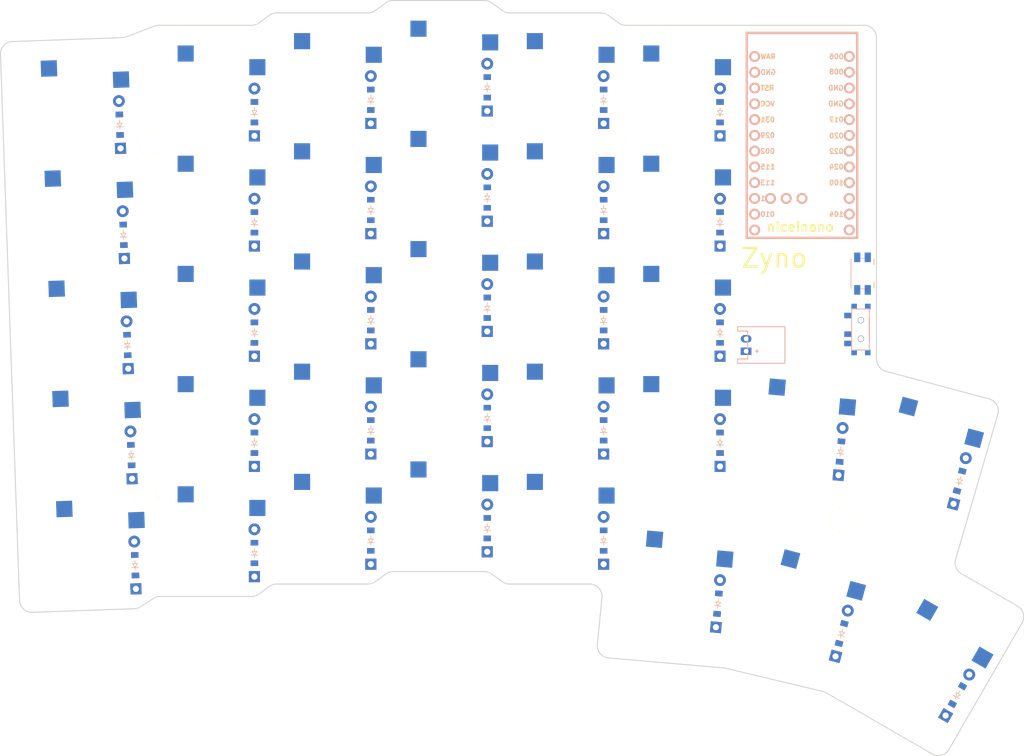
<source format=kicad_pcb>
(kicad_pcb (version 20240108) (generator "pcbnew") (generator_version "8.0")
  (title_block (title "zyno_left") (rev "v1.0.0") (company "Unknown"))
  (layers (0 "F.Cu" signal) (31 "B.Cu" signal) (34 "B.Paste" user) (35 "F.Paste" user) (36 "B.SilkS" user "B.Silkscreen") (37 "F.SilkS" user "F.Silkscreen") (38 "B.Mask" user) (39 "F.Mask" user) (44 "Edge.Cuts" user))
  (net 0 "")
  (net 1 "P020")
  (net 2 "outer_mod")
  (net 3 "outer_bottom")
  (net 4 "outer_home")
  (net 5 "outer_top")
  (net 6 "outer_num")
  (net 7 "P022")
  (net 8 "pinky_mod")
  (net 9 "pinky_bottom")
  (net 10 "pinky_home")
  (net 11 "pinky_top")
  (net 12 "pinky_num")
  (net 13 "P024")
  (net 14 "ring_mod")
  (net 15 "ring_bottom")
  (net 16 "ring_home")
  (net 17 "ring_top")
  (net 18 "ring_num")
  (net 19 "P100")
  (net 20 "middle_mod")
  (net 21 "middle_bottom")
  (net 22 "middle_home")
  (net 23 "middle_top")
  (net 24 "middle_num")
  (net 25 "P011")
  (net 26 "index_mod")
  (net 27 "index_bottom")
  (net 28 "index_home")
  (net 29 "index_top")
  (net 30 "index_num")
  (net 31 "P017")
  (net 32 "inner_bottom")
  (net 33 "inner_home")
  (net 34 "inner_top")
  (net 35 "inner_num")
  (net 36 "left_thumb")
  (net 37 "P104")
  (net 38 "home_thumb")
  (net 39 "P106")
  (net 40 "far_thumb")
  (net 41 "close_index")
  (net 42 "far_index")
  (net 43 "P113")
  (net 44 "P115")
  (net 45 "P002")
  (net 46 "P029")
  (net 47 "P031")
  (net 48 "RAW")
  (net 49 "GND")
  (net 50 "RST")
  (net 51 "VCC")
  (net 52 "P111")
  (net 53 "P010")
  (net 54 "P009")
  (net 55 "P006")
  (net 56 "P008")
  (net 57 "P101")
  (net 58 "P102")
  (net 59 "P107")
  (net 60 "pos")
  (footprint "E73:SPDT_C128955" (layer "F.Cu") (at 174.83918 115.254072 -90)
    (property "Reference" "T1" (hide yes))
    (property "Value" "" (hide yes))
    (pad "" smd rect (at -3.7 -1.1 270) (size 0.9 0.9) (layers "B.Cu" "B.Paste" "B.Mask"))
    (pad "" smd rect (at -3.7 1.1 270) (size 0.9 0.9) (layers "B.Cu" "B.Paste" "B.Mask"))
    (pad "" np_thru_hole circle (at -1.5 0) (size 1 1) (drill 0.9) (layers "*.Cu" "*.Mask"))
    (pad "" np_thru_hole circle (at 1.5 0) (size 1 1) (drill 0.9) (layers "*.Cu" "*.Mask"))
    (pad "" smd rect (at 3.7 -1.1 270) (size 0.9 0.9) (layers "B.Cu" "B.Paste" "B.Mask"))
    (pad "" smd rect (at 3.7 1.1 270) (size 0.9 0.9) (layers "B.Cu" "B.Paste" "B.Mask"))
    (pad "1" smd rect (at -2.25 2.075 270) (size 0.9 1.25) (layers "B.Cu" "B.Paste" "B.Mask") (net 60 "pos"))
    (pad "2" smd rect (at 0.75 2.075 270) (size 0.9 1.25) (layers "B.Cu" "B.Paste" "B.Mask") (net 48 "RAW"))
    (pad "3" smd rect (at 2.25 2.075 270) (size 0.9 1.25) (layers "B.Cu" "B.Paste" "B.Mask"))
  )
  (footprint "PG1350" (layer "F.Cu") (at 125.58918 110.254072)
    (property "Reference" "S23" (hide yes))
    (property "Value" "" (hide yes))
    (pad "" np_thru_hole circle (at -5.5 0) (size 1.7018 1.7018) (drill 1.7018) (layers "*.Cu" "*.Mask"))
    (pad "" np_thru_hole circle (at 0 -5.95) (size 3 3) (drill 3) (layers "*.Cu" "*.Mask"))
    (pad "" np_thru_hole circle (at 0 0) (size 3.429 3.429) (drill 3.429) (layers "*.Cu" "*.Mask"))
    (pad "" np_thru_hole circle (at 5 -3.75) (size 3 3) (drill 3) (layers "*.Cu" "*.Mask"))
    (pad "" np_thru_hole circle (at 5.5 0) (size 1.7018 1.7018) (drill 1.7018) (layers "*.Cu" "*.Mask"))
    (pad "1" smd rect (at -3.275 -5.95) (size 2.6 2.6) (layers "B.Cu" "B.Paste" "B.Mask") (net 25 "P011"))
    (pad "2" smd rect (at 8.275 -3.75) (size 2.6 2.6) (layers "B.Cu" "B.Paste" "B.Mask") (net 28 "index_home"))
  )
  (footprint "ComboDiode" (layer "F.Cu") (at 133.38918 78.254072 90)
    (property "Reference" "D25" (hide yes))
    (property "Value" "" (hide yes))
    (pad "1" thru_hole rect (at -3.81 0 90) (size 1.778 1.778) (drill 0.9906) (layers "*.Cu" "*.Mask") (net 47 "P031"))
    (pad "1" smd rect (at -1.65 0 90) (size 0.9 1.2) (layers "F.Cu" "F.Paste" "F.Mask") (net 47 "P031"))
    (pad "1" smd rect (at -1.65 0 90) (size 0.9 1.2) (layers "B.Cu" "B.Paste" "B.Mask") (net 47 "P031"))
    (pad "2" smd rect (at 1.65 0 90) (size 0.9 1.2) (layers "F.Cu" "F.Paste" "F.Mask") (net 30 "index_num"))
    (pad "2" smd rect (at 1.65 0 90) (size 0.9 1.2) (layers "B.Cu" "B.Paste" "B.Mask") (net 30 "index_num"))
    (pad "2" thru_hole circle (at 3.81 0 90) (size 1.905 1.905) (drill 0.9906) (layers "*.Cu" "*.Mask") (net 30 "index_num"))
  )
  (footprint "PG1350" (layer "F.Cu") (at 69.33918 130.004073)
    (property "Reference" "S7" (hide yes))
    (property "Value" "" (hide yes))
    (pad "" np_thru_hole circle (at -5.5 0) (size 1.7018 1.7018) (drill 1.7018) (layers "*.Cu" "*.Mask"))
    (pad "" np_thru_hole circle (at 0 -5.95) (size 3 3) (drill 3) (layers "*.Cu" "*.Mask"))
    (pad "" np_thru_hole circle (at 0 0) (size 3.429 3.429) (drill 3.429) (layers "*.Cu" "*.Mask"))
    (pad "" np_thru_hole circle (at 5 -3.75) (size 3 3) (drill 3) (layers "*.Cu" "*.Mask"))
    (pad "" np_thru_hole circle (at 5.5 0) (size 1.7018 1.7018) (drill 1.7018) (layers "*.Cu" "*.Mask"))
    (pad "1" smd rect (at -3.275 -5.95) (size 2.6 2.6) (layers "B.Cu" "B.Paste" "B.Mask") (net 7 "P022"))
    (pad "2" smd rect (at 8.275 -3.75) (size 2.6 2.6) (layers "B.Cu" "B.Paste" "B.Mask") (net 9 "pinky_bottom"))
  )
  (footprint "ComboDiode" (layer "F.Cu") (at 152.13918 115.754072 90)
    (property "Reference" "D27" (hide yes))
    (property "Value" "" (hide yes))
    (pad "1" thru_hole rect (at -3.81 0 90) (size 1.778 1.778) (drill 0.9906) (layers "*.Cu" "*.Mask") (net 45 "P002"))
    (pad "1" smd rect (at -1.65 0 90) (size 0.9 1.2) (layers "F.Cu" "F.Paste" "F.Mask") (net 45 "P002"))
    (pad "1" smd rect (at -1.65 0 90) (size 0.9 1.2) (layers "B.Cu" "B.Paste" "B.Mask") (net 45 "P002"))
    (pad "2" smd rect (at 1.65 0 90) (size 0.9 1.2) (layers "F.Cu" "F.Paste" "F.Mask") (net 33 "inner_home"))
    (pad "2" smd rect (at 1.65 0 90) (size 0.9 1.2) (layers "B.Cu" "B.Paste" "B.Mask") (net 33 "inner_home"))
    (pad "2" thru_hole circle (at 3.81 0 90) (size 1.905 1.905) (drill 0.9906) (layers "*.Cu" "*.Mask") (net 33 "inner_home"))
  )
  (footprint "ComboDiode" (layer "F.Cu") (at 171.554453 134.920569 85)
    (property "Reference" "D33" (hide yes))
    (property "Value" "" (hide yes))
    (pad "1" thru_hole rect (at -3.81 0 85) (size 1.778 1.778) (drill 0.9906) (layers "*.Cu" "*.Mask") (net 44 "P115"))
    (pad "1" smd rect (at -1.65 0 85) (size 0.9 1.2) (layers "F.Cu" "F.Paste" "F.Mask") (net 44 "P115"))
    (pad "1" smd rect (at -1.65 0 85) (size 0.9 1.2) (layers "B.Cu" "B.Paste" "B.Mask") (net 44 "P115"))
    (pad "2" smd rect (at 1.65 0 85) (size 0.9 1.2) (layers "F.Cu" "F.Paste" "F.Mask") (net 41 "close_index"))
    (pad "2" smd rect (at 1.65 0 85) (size 0.9 1.2) (layers "B.Cu" "B.Paste" "B.Mask") (net 41 "close_index"))
    (pad "2" thru_hole circle (at 3.81 0 85) (size 1.905 1.905) (drill 0.9906) (layers "*.Cu" "*.Mask") (net 41 "close_index"))
  )
  (footprint "PG1350" (layer "F.Cu") (at 106.83918 90.504072)
    (property "Reference" "S19" (hide yes))
    (property "Value" "" (hide yes))
    (pad "" np_thru_hole circle (at -5.5 0) (size 1.7018 1.7018) (drill 1.7018) (layers "*.Cu" "*.Mask"))
    (pad "" np_thru_hole circle (at 0 -5.95) (size 3 3) (drill 3) (layers "*.Cu" "*.Mask"))
    (pad "" np_thru_hole circle (at 0 0) (size 3.429 3.429) (drill 3.429) (layers "*.Cu" "*.Mask"))
    (pad "" np_thru_hole circle (at 5 -3.75) (size 3 3) (drill 3) (layers "*.Cu" "*.Mask"))
    (pad "" np_thru_hole circle (at 5.5 0) (size 1.7018 1.7018) (drill 1.7018) (layers "*.Cu" "*.Mask"))
    (pad "1" smd rect (at -3.275 -5.95) (size 2.6 2.6) (layers "B.Cu" "B.Paste" "B.Mask") (net 19 "P100"))
    (pad "2" smd rect (at 8.275 -3.75) (size 2.6 2.6) (layers "B.Cu" "B.Paste" "B.Mask") (net 23 "middle_top"))
  )
  (footprint "PG1350" (layer "F.Cu") (at 185.377998 167.209887 -30)
    (property "Reference" "S32" (hide yes))
    (property "Value" "" (hide yes))
    (pad "" np_thru_hole circle (at -5.5 0) (size 1.7018 1.7018) (drill 1.7018) (layers "*.Cu" "*.Mask"))
    (pad "" np_thru_hole circle (at 0 -5.95) (size 3 3) (drill 3) (layers "*.Cu" "*.Mask"))
    (pad "" np_thru_hole circle (at 0 0) (size 3.429 3.429) (drill 3.429) (layers "*.Cu" "*.Mask"))
    (pad "" np_thru_hole circle (at 5 -3.75) (size 3 3) (drill 3) (layers "*.Cu" "*.Mask"))
    (pad "" np_thru_hole circle (at 5.5 0) (size 1.7018 1.7018) (drill 1.7018) (layers "*.Cu" "*.Mask"))
    (pad "1" smd rect (at -3.275 -5.95 330) (size 2.6 2.6) (layers "B.Cu" "B.Paste" "B.Mask") (net 39 "P106"))
    (pad "2" smd rect (at 8.275 -3.75 330) (size 2.6 2.6) (layers "B.Cu" "B.Paste" "B.Mask") (net 40 "far_thumb"))
  )
  (footprint "PG1350" (layer "F.Cu") (at 125.58918 74.754072)
    (property "Reference" "S25" (hide yes))
    (property "Value" "" (hide yes))
    (pad "" np_thru_hole circle (at -5.5 0) (size 1.7018 1.7018) (drill 1.7018) (layers "*.Cu" "*.Mask"))
    (pad "" np_thru_hole circle (at 0 -5.95) (size 3 3) (drill 3) (layers "*.Cu" "*.Mask"))
    (pad "" np_thru_hole circle (at 0 0) (size 3.429 3.429) (drill 3.429) (layers "*.Cu" "*.Mask"))
    (pad "" np_thru_hole circle (at 5 -3.75) (size 3 3) (drill 3) (layers "*.Cu" "*.Mask"))
    (pad "" np_thru_hole circle (at 5.5 0) (size 1.7018 1.7018) (drill 1.7018) (layers "*.Cu" "*.Mask"))
    (pad "1" smd rect (at -3.275 -5.95) (size 2.6 2.6) (layers "B.Cu" "B.Paste" "B.Mask") (net 25 "P011"))
    (pad "2" smd rect (at 8.275 -3.75) (size 2.6 2.6) (layers "B.Cu" "B.Paste" "B.Mask") (net 30 "index_num"))
  )
  (footprint "PG1350" (layer "F.Cu") (at 106.83918 108.254072)
    (property "Reference" "S18" (hide yes))
    (property "Value" "" (hide yes))
    (pad "" np_thru_hole circle (at -5.5 0) (size 1.7018 1.7018) (drill 1.7018) (layers "*.Cu" "*.Mask"))
    (pad "" np_thru_hole circle (at 0 -5.95) (size 3 3) (drill 3) (layers "*.Cu" "*.Mask"))
    (pad "" np_thru_hole circle (at 0 0) (size 3.429 3.429) (drill 3.429) (layers "*.Cu" "*.Mask"))
    (pad "" np_thru_hole circle (at 5 -3.75) (size 3 3) (drill 3) (layers "*.Cu" "*.Mask"))
    (pad "" np_thru_hole circle (at 5.5 0) (size 1.7018 1.7018) (drill 1.7018) (layers "*.Cu" "*.Mask"))
    (pad "1" smd rect (at -3.275 -5.95) (size 2.6 2.6) (layers "B.Cu" "B.Paste" "B.Mask") (net 19 "P100"))
    (pad "2" smd rect (at 8.275 -3.75) (size 2.6 2.6) (layers "B.Cu" "B.Paste" "B.Mask") (net 22 "middle_home"))
  )
  (footprint "HOLE_M2_TH" (layer "F.Cu") (at 59.740887 142.405422 2)
    (property "Reference" "" (at 0 0 2) (layer "F.SilkS") (effects (font (size 1.27 1.27))))
    (property "Value" "")
    (pad "" np_thru_hole circle (at 0 0 90) (size 4 4) (drill 4) (layers "*.Cu" "*.Mask" "F.SilkS") (clearance 0.3))
  )
  (footprint "PG1350" (layer "F.Cu") (at 144.33918 76.754072)
    (property "Reference" "S29" (hide yes))
    (property "Value" "" (hide yes))
    (pad "" np_thru_hole circle (at -5.5 0) (size 1.7018 1.7018) (drill 1.7018) (layers "*.Cu" "*.Mask"))
    (pad "" np_thru_hole circle (at 0 -5.95) (size 3 3) (drill 3) (layers "*.Cu" "*.Mask"))
    (pad "" np_thru_hole circle (at 0 0) (size 3.429 3.429) (drill 3.429) (layers "*.Cu" "*.Mask"))
    (pad "" np_thru_hole circle (at 5 -3.75) (size 3 3) (drill 3) (layers "*.Cu" "*.Mask"))
    (pad "" np_thru_hole circle (at 5.5 0) (size 1.7018 1.7018) (drill 1.7018) (layers "*.Cu" "*.Mask"))
    (pad "1" smd rect (at -3.275 -5.95) (size 2.6 2.6) (layers "B.Cu" "B.Paste" "B.Mask") (net 31 "P017"))
    (pad "2" smd rect (at 8.275 -3.75) (size 2.6 2.6) (layers "B.Cu" "B.Paste" "B.Mask") (net 35 "inner_num"))
  )
  (footprint "PG1350" (layer "F.Cu") (at 88.08918 128.004073)
    (property "Reference" "S12" (hide yes))
    (property "Value" "" (hide yes))
    (pad "" np_thru_hole circle (at -5.5 0) (size 1.7018 1.7018) (drill 1.7018) (layers "*.Cu" "*.Mask"))
    (pad "" np_thru_hole circle (at 0 -5.95) (size 3 3) (drill 3) (layers "*.Cu" "*.Mask"))
    (pad "" np_thru_hole circle (at 0 0) (size 3.429 3.429) (drill 3.429) (layers "*.Cu" "*.Mask"))
    (pad "" np_thru_hole circle (at 5 -3.75) (size 3 3) (drill 3) (layers "*.Cu" "*.Mask"))
    (pad "" np_thru_hole circle (at 5.5 0) (size 1.7018 1.7018) (drill 1.7018) (layers "*.Cu" "*.Mask"))
    (pad "1" smd rect (at -3.275 -5.95) (size 2.6 2.6) (layers "B.Cu" "B.Paste" "B.Mask") (net 13 "P024"))
    (pad "2" smd rect (at 8.275 -3.75) (size 2.6 2.6) (layers "B.Cu" "B.Paste" "B.Mask") (net 15 "ring_bottom"))
  )
  (footprint "HOLE_M2_TH" (layer "F.Cu") (at 60.33918 85.254073)
    (property "Reference" "" (at 0 0 0) (layer "F.SilkS") (effects (font (size 1.27 1.27))))
    (property "Value" "")
    (pad "" np_thru_hole circle (at 0 0 90) (size 4 4) (drill 4) (layers "*.Cu" "*.Mask" "F.SilkS") (clearance 0.3))
  )
  (footprint "HOLE_M2_TH" (layer "F.Cu") (at 116.33918 118.704072)
    (property "Reference" "" (at 0 0 0) (layer "F.SilkS") (effects (font (size 1.27 1.27))))
    (property "Value" "")
    (pad "" np_thru_hole circle (at 0 0 90) (size 4 4) (drill 4) (layers "*.Cu" "*.Mask" "F.SilkS") (clearance 0.3))
  )
  (footprint "PG1350" (layer "F.Cu") (at 125.58918 145.754072)
    (property "Reference" "S21" (hide yes))
    (property "Value" "" (hide yes))
    (pad "" np_thru_hole circle (at -5.5 0) (size 1.7018 1.7018) (drill 1.7018) (layers "*.Cu" "*.Mask"))
    (pad "" np_thru_hole circle (at 0 -5.95) (size 3 3) (drill 3) (layers "*.Cu" "*.Mask"))
    (pad "" np_thru_hole circle (at 0 0) (size 3.429 3.429) (drill 3.429) (layers "*.Cu" "*.Mask"))
    (pad "" np_thru_hole circle (at 5 -3.75) (size 3 3) (drill 3) (layers "*.Cu" "*.Mask"))
    (pad "" np_thru_hole circle (at 5.5 0) (size 1.7018 1.7018) (drill 1.7018) (layers "*.Cu" "*.Mask"))
    (pad "1" smd rect (at -3.275 -5.95) (size 2.6 2.6) (layers "B.Cu" "B.Paste" "B.Mask") (net 25 "P011"))
    (pad "2" smd rect (at 8.275 -3.75) (size 2.6 2.6) (layers "B.Cu" "B.Paste" "B.Mask") (net 26 "index_mod"))
  )
  (footprint "ComboDiode" (layer "F.Cu") (at 133.38918 113.754072 90)
    (property "Reference" "D23" (hide yes))
    (property "Value" "" (hide yes))
    (pad "1" thru_hole rect (at -3.81 0 90) (size 1.778 1.778) (drill 0.9906) (layers "*.Cu" "*.Mask") (net 45 "P002"))
    (pad "1" smd rect (at -1.65 0 90) (size 0.9 1.2) (layers "F.Cu" "F.Paste" "F.Mask") (net 45 "P002"))
    (pad "1" smd rect (at -1.65 0 90) (size 0.9 1.2) (layers "B.Cu" "B.Paste" "B.Mask") (net 45 "P002"))
    (pad "2" smd rect (at 1.65 0 90) (size 0.9 1.2) (layers "F.Cu" "F.Paste" "F.Mask") (net 28 "index_home"))
    (pad "2" smd rect (at 1.65 0 90) (size 0.9 1.2) (layers "B.Cu" "B.Paste" "B.Mask") (net 28 "index_home"))
    (pad "2" thru_hole circle (at 3.81 0 90) (size 1.905 1.905) (drill 0.9906) (layers "*.Cu" "*.Mask") (net 28 "index_home"))
  )
  (footprint "ComboDiode" (layer "F.Cu") (at 152.13918 98.004072 90)
    (property "Reference" "D28" (hide yes))
    (property "Value" "" (hide yes))
    (pad "1" thru_hole rect (at -3.81 0 90) (size 1.778 1.778) (drill 0.9906) (layers "*.Cu" "*.Mask") (net 46 "P029"))
    (pad "1" smd rect (at -1.65 0 90) (size 0.9 1.2) (layers "F.Cu" "F.Paste" "F.Mask") (net 46 "P029"))
    (pad "1" smd rect (at -1.65 0 90) (size 0.9 1.2) (layers "B.Cu" "B.Paste" "B.Mask") (net 46 "P029"))
    (pad "2" smd rect (at 1.65 0 90) (size 0.9 1.2) (layers "F.Cu" "F.Paste" "F.Mask") (net 34 "inner_top"))
    (pad "2" smd rect (at 1.65 0 90) (size 0.9 1.2) (layers "B.Cu" "B.Paste" "B.Mask") (net 34 "inner_top"))
    (pad "2" thru_hole circle (at 3.81 0 90) (size 1.905 1.905) (drill 0.9906) (layers "*.Cu" "*.Mask") (net 34 "inner_top"))
  )
  (footprint "ComboDiode" (layer "F.Cu") (at 114.63918 111.754072 90)
    (property "Reference" "D18" (hide yes))
    (property "Value" "" (hide yes))
    (pad "1" thru_hole rect (at -3.81 0 90) (size 1.778 1.778) (drill 0.9906) (layers "*.Cu" "*.Mask") (net 45 "P002"))
    (pad "1" smd rect (at -1.65 0 90) (size 0.9 1.2) (layers "F.Cu" "F.Paste" "F.Mask") (net 45 "P002"))
    (pad "1" smd rect (at -1.65 0 90) (size 0.9 1.2) (layers "B.Cu" "B.Paste" "B.Mask") (net 45 "P002"))
    (pad "2" smd rect (at 1.65 0 90) (size 0.9 1.2) (layers "F.Cu" "F.Paste" "F.Mask") (net 22 "middle_home"))
    (pad "2" smd rect (at 1.65 0 90) (size 0.9 1.2) (layers "B.Cu" "B.Paste" "B.Mask") (net 22 "middle_home"))
    (pad "2" thru_hole circle (at 3.81 0 90) (size 1.905 1.905) (drill 0.9906) (layers "*.Cu" "*.Mask") (net 22 "middle_home"))
  )
  (footprint "PG1350" (layer "F.Cu") (at 165.106746 158.827684 -15)
    (property "Reference" "S31" (hide yes))
    (property "Value" "" (hide yes))
    (pad "" np_thru_hole circle (at -5.5 0) (size 1.7018 1.7018) (drill 1.7018) (layers "*.Cu" "*.Mask"))
    (pad "" np_thru_hole circle (at 0 -5.95) (size 3 3) (drill 3) (layers "*.Cu" "*.Mask"))
    (pad "" np_thru_hole circle (at 0 0) (size 3.429 3.429) (drill 3.429) (layers "*.Cu" "*.Mask"))
    (pad "" np_thru_hole circle (at 5 -3.75) (size 3 3) (drill 3) (layers "*.Cu" "*.Mask"))
    (pad "" np_thru_hole circle (at 5.5 0) (size 1.7018 1.7018) (drill 1.7018) (layers "*.Cu" "*.Mask"))
    (pad "1" smd rect (at -3.275 -5.95 345) (size 2.6 2.6) (layers "B.Cu" "B.Paste" "B.Mask") (net 37 "P104"))
    (pad "2" smd rect (at 8.275 -3.75 345) (size 2.6 2.6) (layers "B.Cu" "B.Paste" "B.Mask") (net 38 "home_thumb"))
  )
  (footprint "ComboDiode" (layer "F.Cu") (at 77.13918 115.754073 90)
    (property "Reference" "D8" (hide yes))
    (property "Value" "" (hide yes))
    (pad "1" thru_hole rect (at -3.81 0 90) (size 1.778 1.778) (drill 0.9906) (layers "*.Cu" "*.Mask") (net 45 "P002"))
    (pad "1" smd rect (at -1.65 0 90) (size 0.9 1.2) (layers "F.Cu" "F.Paste" "F.Mask") (net 45 "P002"))
    (pad "1" smd rect (at -1.65 0 90) (size 0.9 1.2) (layers "B.Cu" "B.Paste" "B.Mask") (net 45 "P002"))
    (pad "2" smd rect (at 1.65 0 90) (size 0.9 1.2) (layers "F.Cu" "F.Paste" "F.Mask") (net 10 "pinky_home"))
    (pad "2" smd rect (at 1.65 0 90) (size 0.9 1.2) (layers "B.Cu" "B.Paste" "B.Mask") (net 10 "pinky_home"))
    (pad "2" thru_hole circle (at 3.81 0 90) (size 1.905 1.905) (drill 0.9906) (layers "*.Cu" "*.Mask") (net 10 "pinky_home"))
  )
  (footprint "nice_nano" (layer "F.Cu") (at 165.33918 85.254072 -90)
    (property "Reference" "MCU1" (hide yes))
    (property "Value" "nice_nano" (hide yes))
    (fp_text user "022" (at 1.3 -5.53719 0) (layer "B.SilkS") (effects (font (size 0.8 0.8)) (justify mirror)))
    (fp_text user "GND" (at -11.43 5.454667 0) (layer "B.SilkS") (effects (font (size 0.8 0.8)) (justify mirror)))
    (fp_text user "115" (at 3.81 5.537191 0) (layer "B.SilkS") (effects (font (size 0.8 0.8)) (justify mirror)))
    (fp_text user "029" (at -1.27 5.537191 0) (layer "B.SilkS") (effects (font (size 0.8 0.8)) (justify mirror)))
    (fp_text user "RST" (at -8.89 5.588 0) (layer "B.SilkS") (effects (font (size 0.8 0.8)) (justify mirror)))
    (fp_text user "002" (at 1.27 5.537191 0) (layer "B.SilkS") (effects (font (size 0.8 0.8)) (justify mirror)))
    (fp_text user "100" (at 6.35 -5.53719 0) (layer "B.SilkS") (effects (font (size 0.8 0.8)) (justify mirror)))
    (fp_text user "111" (at 8.89 5.537191 0) (layer "B.SilkS") (effects (font (size 0.8 0.8)) (justify mirror)))
    (fp_text user "031" (at -3.81 5.537191 0) (layer "B.SilkS") (effects (font (size 0.8 0.8)) (justify mirror)))
    (fp_text user "RAW" (at -13.97 5.473715 0) (layer "B.SilkS") (effects (font (size 0.8 0.8)) (justify mirror)))
    (fp_text user "006" (at -13.97 -5.53719 0) (layer "B.SilkS") (effects (font (size 0.8 0.8)) (justify mirror)))
    (fp_text user "GND" (at -6.35 -5.461 0) (layer "B.SilkS") (effects (font (size 0.8 0.8)) (justify mirror)))
    (fp_text user "008" (at -11.5 -5.53719 0) (layer "B.SilkS") (effects (font (size 0.8 0.8)) (justify mirror)))
    (fp_text user "104" (at 11.43 -5.53719 0) (layer "B.SilkS") (effects (font (size 0.8 0.8)) (justify mirror)))
    (fp_text user "010" (at 11.43 5.537191 0) (layer "B.SilkS") (effects (font (size 0.8 0.8)) (justify mirror)))
    (fp_text user "GND" (at -8.89 -5.461 0) (layer "B.SilkS") (effects (font (size 0.8 0.8)) (justify mirror)))
    (fp_text user "113" (at 6.35 5.537191 0) (layer "B.SilkS") (effects (font (size 0.8 0.8)) (justify mirror)))
    (fp_text user "024" (at 3.81 -5.53719 0) (layer "B.SilkS") (effects (font (size 0.8 0.8)) (justify mirror)))
    (fp_text user "VCC" (at -6.35 5.537191 0) (layer "B.SilkS") (effects (font (size 0.8 0.8)) (justify mirror)))
    (fp_text user "017" (at -3.8 -5.53719 0) (layer "B.SilkS") (effects (font (size 0.8 0.8)) (justify mirror)))
    (fp_text user "020" (at -1.2 -5.53719 0) (layer "B.SilkS") (effects (font (size 0.8 0.8)) (justify mirror)))
    (fp_text user "020" (at -1.2 -5.53719 0) (layer "F.SilkS") (effects (font (size 0.8 0.8))))
    (fp_text user "008" (at -11.5 -5.53719 0) (layer "F.SilkS") (effects (font (size 0.8 0.8))))
    (fp_text user "017" (at -3.8 -5.53719 0) (layer "F.SilkS") (effects (font (size 0.8 0.8))))
    (fp_text user "029" (at -1.27 5.537191 0) (layer "F.SilkS") (effects (font (size 0.8 0.8))))
    (fp_text user "031" (at -3.81 5.537191 0) (layer "F.SilkS") (effects (font (size 0.8 0.8))))
    (fp_text user "022" (at 1.3 -5.53719 0) (layer "F.SilkS") (effects (font (size 0.8 0.8))))
    (fp_text user "006" (at -13.97 -5.53719 0) (layer "F.SilkS") (effects (font (size 0.8 0.8))))
    (fp_text user "VCC" (at -6.35 5.537191 0) (layer "F.SilkS") (effects (font (size 0.8 0.8))))
    (fp_text user "113" (at 6.35 5.537191 0) (layer "F.SilkS") (effects (font (size 0.8 0.8))))
    (fp_text user "GND" (at -6.35 -5.461 0) (layer "F.SilkS") (effects (font (size 0.8 0.8))))
    (fp_text user "GND" (at -11.43 5.454667 0) (layer "F.SilkS") (effects (font (size 0.8 0.8))))
    (fp_text user "RAW" (at -13.97 5.473715 0) (layer "F.SilkS") (effects (font (size 0.8 0.8))))
    (fp_text user "100" (at 6.35 -5.53719 0) (layer "F.SilkS") (effects (font (size 0.8 0.8))))
    (fp_text user "RST" (at -8.89 5.588 0) (layer "F.SilkS") (effects (font (size 0.8 0.8))))
    (fp_text user "024" (at 3.81 -5.53719 0) (layer "F.SilkS") (effects (font (size 0.8 0.8))))
    (fp_text user "111" (at 8.89 5.537191 0) (layer "F.SilkS") (effects (font (size 0.8 0.8))))
    (fp_text user "104" (at 11.43 -5.53719 0) (layer "F.SilkS") (effects (font (size 0.8 0.8))))
    (fp_text user "115" (at 3.81 5.537191 0) (layer "F.SilkS") (effects (font (size 0.8 0.8))))
    (fp_text user "GND" (at -8.89 -5.461 0) (layer "F.SilkS") (effects (font (size 0.8 0.8))))
    (fp_text user "nice!nano" (at 13.462 0.254 0) (layer "F.SilkS") (effects (font (size 1.5 1.5) (thickness 0.3))))
    (fp_text user "002" (at 1.27 5.537191 0) (layer "F.SilkS") (effects (font (size 0.8 0.8))))
    (fp_text user "010" (at 11.43 5.537191 0) (layer "F.SilkS") (effects (font (size 0.8 0.8))))
    (pad "1" thru_hole circle (at -13.97 -7.62) (size 1.7526 1.7526) (drill 1.0922) (layers "*.Cu" "*.SilkS" "*.Mask") (net 55 "P006"))
    (pad "2" thru_hole circle (at -11.43 -7.62) (size 1.7526 1.7526) (drill 1.0922) (layers "*.Cu" "*.SilkS" "*.Mask") (net 56 "P008"))
    (pad "3" thru_hole circle (at -8.89 -7.62) (size 1.7526 1.7526) (drill 1.0922) (layers "*.Cu" "*.SilkS" "*.Mask") (net 49 "GND"))
    (pad "4" thru_hole circle (at -6.35 -7.62) (size 1.7526 1.7526) (drill 1.0922) (layers "*.Cu" "*.SilkS" "*.Mask") (net 49 "GND"))
    (pad "5" thru_hole circle (at -3.81 -7.62) (size 1.7526 1.7526) (drill 1.0922) (layers "*.Cu" "*.SilkS" "*.Mask") (net 31 "P017"))
    (pad "6" thru_hole circle (at -1.27 -7.62) (size 1.7526 1.7526) (drill 1.0922) (layers "*.Cu" "*.SilkS" "*.Mask") (net 1 "P020"))
    (pad "7" thru_hole circle (at 1.27 -7.62) (size 1.7526 1.7526) (drill 1.0922) (layers "*.Cu" "*.SilkS" "*.Mask") (net 7 "P022"))
    (pad "8" thru_hole circle (at 3.81 -7.62) (size 1.7526 1.7526) (drill 1.0922) (layers "*.Cu" "*.SilkS" "*.Mask") (net 13 "P024"))
    (pad "9" thru_hole circle (at 6.35 -7.62) (size 1.7526 1.7526) (drill 1.0922) (layers "*.Cu" "*.SilkS" "*.Mask") (net 19 "P100"))
    (pad "10" thru_hole circle (at 8.89 -7.62) (size 1.7526 1.7526) (drill 1.0922) (layers "*.Cu" "*.SilkS" "*.Mask") (net 25 "P011"))
    (pad "11" thru_hole circle (at 11.43 -7.62) (size 1.7526 1.7526) (drill 1.0922) (layers "*.Cu" "*.SilkS" "*.Mask") (net 37 "P104"))
    (pad "12" thru_hole circle (at 13.97 -7.62) (size 1.7526 1.7526) (drill 1.0922) (layers "*.Cu" "*.SilkS" "*.Mask") (net 39 "P106"))
    (pad "13" thru_hole circle (at 13.97 7.62) (size 1.7526 1.7526) (drill 1.0922) (layers "*.Cu" "*.SilkS" "*.Mask") (net 54 "P009"))
    (pad "14" thru_hole circle (at 11.43 7.62) (size 1.7526 1.7526) (drill 1.0922) (layers "*.Cu" "*.SilkS" "*.Mask") (net 53 "P010"))
    (pad "15" thru_hole circle (at 8.89 7.62) (size 1.7526 1.7526) (drill 1.0922) (layers "*.Cu" "*.SilkS" "*.Mask") (net 52 "P111"))
    (pad "16" thru_hole circle (at 6.35 7.62) (size 1.7526 1.7526) (drill 1.0922) (layers "*.Cu" "*.SilkS" "*.Mask") (net 43 "P113"))
    (pad "17" thru_hole circle (at 3.81 7.62) (size 1.7526 1.7526) (drill 1.0922) (layers "*.Cu" "*.SilkS" "*.Mask") (net 44 "P115"))
    (pad "18" thru_hole circle (at 1.27 7.62) (size 1.7526 1.7526) (drill 1.0922) (layers "*.Cu" "*.SilkS" "*.Mask") (net 45 "P002"))
    (pad "19" thru_hole circle (at -1.27 7.62) (size 1.7526 1.7526) (drill 1.0922) (layers "*.Cu" "*.SilkS" "*.Mask") (net 46 "P029"))
    (pad "20" thru_hole circle (at -3.81 7.62) (size 1.7526 1.7526) (drill 1.0922) (layers "*.Cu" "*.SilkS" "*.Mask") (net 47 "P031"))
    (pad "21" thru_hole circle (at -6.35 7.62) (size 1.7526 1.7526) (drill 1.0922) (layers "*.Cu" "*.SilkS" "*.Mask") (net 51 "VCC"))
    (pad "22" thru_hole circle (at -8.89 7.62) (size 1.7526 1.7526) (drill 1.0922) (layers "*.Cu" "*.SilkS" "*.Mask") (net 50 "RST"))
    (pad "23" thru_hole circle (at -11.43 7.62) (size 1.7526 1.7526) (drill 1.0922) (layers "*.Cu" "*.SilkS" "*.Mask") (net 49 "GND"))
    (pad "24" thru_hole circle (at -13.97 7.62) (size 1.7526 1.7526) (drill 1.0922) (layers "*.Cu" "*.SilkS" "*.Mask") (net 48 "RAW"))
    (pad "31" thru_hole circle (at 8.89 5.08) (size 1.7526 1.7526) (drill 1.0922) (layers "*.Cu" "*.SilkS" "*.Mask") (net 57 "P101"))
    (pad "32" thru_hole circle (at 8.89 2.54) (size 1.7526 1.7526) (drill 1.0922) (layers "*.Cu" "*.SilkS" "*.Mask") (net 58 "P102"))
    (pad "33" thru_hole circle (at 8.89 0) (size 1.7526 1.7526) (drill 1.0922) (layers "*.Cu" "*.SilkS" "*.Mask") (net 59 "P107"))
  )
  (footprint "Panasonic_EVQPUL_EVQPUC" (layer "F.Cu") (at 175.08918 106.254072 -90)
    (property "Reference" "B1" (hide yes))
    (property "Value" "Panasonic_EVQPUL_EVQPUC" (hide yes))
    (pad "" np_thru_hole circle (at 0 -1.375 270) (size 0.75 0.75) (drill 0.75) (layers "*.Cu" "*.Mask"))
    (pad "" np_thru_hole circle (at 0 1.375 270) (size 0.75 0.75) (drill 0.75) (layers "*.Cu" "*.Mask"))
    (pad "1" smd rect (at -2.625 -0.85 270) (size 1.55 1) (layers "B.Cu" "B.Paste" "B.Mask") (net 49 "GND"))
    (pad "1" smd rect (at 2.625 -0.85 270) (size 1.55 1) (layers "B.Cu" "B.Paste" "B.Mask") (net 49 "GND"))
    (pad "2" smd rect (at -2.625 0.85 270) (size 1.55 1) (layers "B.Cu" "B.Paste" "B.Mask") (net 50 "RST"))
    (pad "2" smd rect (at 2.625 0.85 270) (size 1.55 1) (layers "B.Cu" "B.Paste" "B.Mask") (net 50 "RST"))
  )
  (footprint "PG1350" (layer "F.Cu") (at 106.83918 143.754072)
    (property "Reference" "S16" (hide yes))
    (property "Value" "" (hide yes))
    (pad "" np_thru_hole circle (at -5.5 0) (size 1.7018 1.7018) (drill 1.7018) (layers "*.Cu" "*.Mask"))
    (pad "" np_thru_hole circle (at 0 -5.95) (size 3 3) (drill 3) (layers "*.Cu" "*.Mask"))
    (pad "" np_thru_hole circle (at 0 0) (size 3.429 3.429) (drill 3.429) (layers "*.Cu" "*.Mask"))
    (pad "" np_thru_hole circle (at 5 -3.75) (size 3 3) (drill 3) (layers "*.Cu" "*.Mask"))
    (pad "" np_thru_hole circle (at 5.5 0) (size 1.7018 1.7018) (drill 1.7018) (layers "*.Cu" "*.Mask"))
    (pad "1" smd rect (at -3.275 -5.95) (size 2.6 2.6) (layers "B.Cu" "B.Paste" "B.Mask") (net 19 "P100"))
    (pad "2" smd rect (at 8.275 -3.75) (size 2.6 2.6) (layers "B.Cu" "B.Paste" "B.Mask") (net 20 "middle_mod"))
  )
  (footprint "ComboDiode" (layer "F.Cu") (at 77.13918 98.004073 90)
    (property "Reference" "D9" (hide yes))
    (property "Value" "" (hide yes))
    (pad "1" thru_hole rect (at -3.81 0 90) (size 1.778 1.778) (drill 0.9906) (layers "*.Cu" "*.Mask") (net 46 "P029"))
    (pad "1" smd rect (at -1.65 0 90) (size 0.9 1.2) (layers "F.Cu" "F.Paste" "F.Mask") (net 46 "P029"))
    (pad "1" smd rect (at -1.65 0 90) (size 0.9 1.2) (layers "B.Cu" "B.Paste" "B.Mask") (net 46 "P029"))
    (pad "2" smd rect (at 1.65 0 90) (size 0.9 1.2) (layers "F.Cu" "F.Paste" "F.Mask") (net 11 "pinky_top"))
    (pad "2" smd rect (at 1.65 0 90) (size 0.9 1.2) (layers "B.Cu" "B.Paste" "B.Mask") (net 11 "pinky_top"))
    (pad "2" thru_hole circle (at 3.81 0 90) (size 1.905 1.905) (drill 0.9906) (layers "*.Cu" "*.Mask") (net 11 "pinky_top"))
  )
  (footprint "PG1350" (layer "F.Cu") (at 88.08918 145.754073)
    (property "Reference" "S11" (hide yes))
    (property "Value" "" (hide yes))
    (pad "" np_thru_hole circle (at -5.5 0) (size 1.7018 1.7018) (drill 1.7018) (layers "*.Cu" "*.Mask"))
    (pad "" np_thru_hole circle (at 0 -5.95) (size 3 3) (drill 3) (layers "*.Cu" "*.Mask"))
    (pad "" np_thru_hole circle (at 0 0) (size 3.429 3.429) (drill 3.429) (layers "*.Cu" "*.Mask"))
    (pad "" np_thru_hole circle (at 5 -3.75) (size 3 3) (drill 3) (layers "*.Cu" "*.Mask"))
    (pad "" np_thru_hole circle (at 5.5 0) (size 1.7018 1.7018) (drill 1.7018) (layers "*.Cu" "*.Mask"))
    (pad "1" smd rect (at -3.275 -5.95) (size 2.6 2.6) (layers "B.Cu" "B.Paste" "B.Mask") (net 13 "P024"))
    (pad "2" smd rect (at 8.275 -3.75) (size 2.6 2.6) (layers "B.Cu" "B.Paste" "B.Mask") (net 14 "ring_mod"))
  )
  (footprint "ComboDiode" (layer "F.Cu") (at 152.13918 80.254072 90)
    (property "Reference" "D29" (hide yes))
    (property "Value" "" (hide yes))
    (pad "1" thru_hole rect (at -3.81 0 90) (size 1.778 1.778) (drill 0.9906) (layers "*.Cu" "*.Mask") (net 47 "P031"))
    (pad "1" smd rect (at -1.65 0 90) (size 0.9 1.2) (layers "F.Cu" "F.Paste" "F.Mask") (net 47 "P031"))
    (pad "1" smd rect (at -1.65 0 90) (size 0.9 1.2) (layers "B.Cu" "B.Paste" "B.Mask") (net 47 "P031"))
    (pad "2" smd rect (at 1.65 0 90) (size 0.9 1.2) (layers "F.Cu" "F.Paste" "F.Mask") (net 35 "inner_num"))
    (pad "2" smd rect (at 1.65 0 90) (size 0.9 1.2) (layers "B.Cu" "B.Paste" "B.Mask") (net 35 "inner_num"))
    (pad "2" thru_hole circle (at 3.81 0 90) (size 1.905 1.905) (drill 0.9906) (layers "*.Cu" "*.Mask") (net 35 "inner_num"))
  )
  (footprint "ComboDiode" (layer "F.Cu") (at 77.13918 133.504073 90)
    (property "Reference" "D7" (hide yes))
    (property "Value" "" (hide yes))
    (pad "1" thru_hole rect (at -3.81 0 90) (size 1.778 1.778) (drill 0.9906) (layers "*.Cu" "*.Mask") (net 44 "P115"))
    (pad "1" smd rect (at -1.65 0 90) (size 0.9 1.2) (layers "F.Cu" "F.Paste" "F.Mask") (net 44 "P115"))
    (pad "1" smd rect (at -1.65 0 90) (size 0.9 1.2) (layers "B.Cu" "B.Paste" "B.Mask") (net 44 "P115"))
    (pad "2" smd rect (at 1.65 0 90) (size 0.9 1.2) (layers "F.Cu" "F.Paste" "F.Mask") (net 9 "pinky_bottom"))
    (pad "2" smd rect (at 1.65 0 90) (size 0.9 1.2) (layers "B.Cu" "B.Paste" "B.Mask") (net 9 "pinky_bottom"))
    (pad "2" thru_hole circle (at 3.81 0 90) (size 1.905 1.905) (drill 0.9906) (layers "*.Cu" "*.Mask") (net 9 "pinky_bottom"))
  )
  (footprint "ComboDiode" (layer "F.Cu") (at 114.63918 129.504072 90)
    (property "Reference" "D17" (hide yes))
    (property "Value" "" (hide yes))
    (pad "1" thru_hole rect (at -3.81 0 90) (size 1.778 1.778) (drill 0.9906) (layers "*.Cu" "*.Mask") (net 44 "P115"))
    (pad "1" smd rect (at -1.65 0 90) (size 0.9 1.2) (layers "F.Cu" "F.Paste" "F.Mask") (net 44 "P115"))
    (pad "1" smd rect (at -1.65 0 90) (size 0.9 1.2) (layers "B.Cu" "B.Paste" "B.Mask") (net 44 "P115"))
    (pad "2" smd rect (at 1.65 0 90) (size 0.9 1.2) (layers "F.Cu" "F.Paste" "F.Mask") (net 21 "middle_bottom"))
    (pad "2" smd rect (at 1.65 0 90) (size 0.9 1.2) (layers "B.Cu" "B.Paste" "B.Mask") (net 21 "middle_bottom"))
    (pad "2" thru_hole circle (at 3.81 0 90) (size 1.905 1.905) (drill 0.9906) (layers "*.Cu" "*.Mask") (net 21 "middle_bottom"))
  )
  (footprint "ComboDiode" (layer "F.Cu") (at 114.63918 94.004072 90)
    (property "Reference" "D19" (hide yes))
    (property "Value" "" (hide yes))
    (pad "1" thru_hole rect (at -3.81 0 90) (size 1.778 1.778) (drill 0.9906) (layers "*.Cu" "*.Mask") (net 46 "P029"))
    (pad "1" smd rect (at -1.65 0 90) (size 0.9 1.2) (layers "F.Cu" "F.Paste" "F.Mask") (net 46 "P029"))
    (pad "1" smd rect (at -1.65 0 90) (size 0.9 1.2) (layers "B.Cu" "B.Paste" "B.Mask") (net 46 "P029"))
    (pad "2" smd rect (at 1.65 0 90) (size 0.9 1.2) (layers "F.Cu" "F.Paste" "F.Mask") (net 23 "middle_top"))
    (pad "2" smd rect (at 1.65 0 90) (size 0.9 1.2) (layers "B.Cu" "B.Paste" "B.Mask") (net 23 "middle_top"))
    (pad "2" thru_hole circle (at 3.81 0 90) (size 1.905 1.905) (drill 0.9906) (layers "*.Cu" "*.Mask") (net 23 "middle_top"))
  )
  (footprint "PG1350" (layer "F.Cu") (at 49.380534 132.260813 2)
    (property "Reference" "S2" (hide yes))
    (property "Value" "" (hide yes))
    (pad "" np_thru_hole circle (at -5.5 0) (size 1.7018 1.7018) (drill 1.7018) (layers "*.Cu" "*.Mask"))
    (pad "" np_thru_hole circle (at 0 -5.95) (size 3 3) (drill 3) (layers "*.Cu" "*.Mask"))
    (pad "" np_thru_hole circle (at 0 0) (size 3.429 3.429) (drill 3.429) (layers "*.Cu" "*.Mask"))
    (pad "" np_thru_hole circle (at 5 -3.75) (size 3 3) (drill 3) (layers "*.Cu" "*.Mask"))
    (pad "" np_thru_hole circle (at 5.5 0) (size 1.7018 1.7018) (drill 1.7018) (layers "*.Cu" "*.Mask"))
    (pad "1" smd rect (at -3.275 -5.95 2) (size 2.6 2.6) (layers "B.Cu" "B.Paste" "B.Mask") (net 1 "P020"))
    (pad "2" smd rect (at 8.275 -3.75 2) (size 2.6 2.6) (layers "B.Cu" "B.Paste" "B.Mask") (net 3 "outer_bottom"))
  )
  (footprint "PG1350" (layer "F.Cu") (at 69.33918 76.754073)
    (property "Reference" "S10" (hide yes))
    (property "Value" "" (hide yes))
    (pad "" np_thru_hole circle (at -5.5 0) (size 1.7018 1.7018) (drill 1.7018) (layers "*.Cu" "*.Mask"))
    (pad "" np_thru_hole circle (at 0 -5.95) (size 3 3) (drill 3) (layers "*.Cu" "*.Mask"))
    (pad "" np_thru_hole circle (at 0 0) (size 3.429 3.429) (drill 3.429) (layers "*.Cu" "*.Mask"))
    (pad "" np_thru_hole circle (at 5 -3.75) (size 3 3) (drill 3) (layers "*.Cu" "*.Mask"))
    (pad "" np_thru_hole circle (at 5.5 0) (size 1.7018 1.7018) (drill 1.7018) (layers "*.Cu" "*.Mask"))
    (pad "1" smd rect (at -3.275 -5.95) (size 2.6 2.6) (layers "B.Cu" "B.Paste" "B.Mask") (net 7 "P022"))
    (pad "2" smd rect (at 8.275 -3.75) (size 2.6 2.6) (layers "B.Cu" "B.Paste" "B.Mask") (net 12 "pinky_num"))
  )
  (footprint "ComboDiode" (layer "F.Cu") (at 57.297931 135.486465 92)
    (property "Reference" "D2" (hide yes))
    (property "Value" "" (hide yes))
    (pad "1" thru_hole rect (at -3.81 0 92) (size 1.778 1.778) (drill 0.9906) (layers "*.Cu" "*.Mask") (net 44 "P115"))
    (pad "1" smd rect (at -1.65 0 92) (size 0.9 1.2) (layers "F.Cu" "F.Paste" "F.Mask") (net 44 "P115"))
    (pad "1" smd rect (at -1.65 0 92) (size 0.9 1.2) (layers "B.Cu" "B.Paste" "B.Mask") (net 44 "P115"))
    (pad "2" smd rect (at 1.65 0 92) (size 0.9 1.2) (layers "F.Cu" "F.Paste" "F.Mask") (net 3 "outer_bottom"))
    (pad "2" smd rect (at 1.65 0 92) (size 0.9 1.2) (layers "B.Cu" "B.Paste" "B.Mask") (net 3 "outer_bottom"))
    (pad "2" thru_hole circle (at 3.81 0 92) (size 1.905 1.905) (drill 0.9906) (layers "*.Cu" "*.Mask") (net 3 "outer_bottom"))
  )
  (footprint "ComboDiode" (layer "F.Cu") (at 95.88918 78.254073 90)
    (property "Reference" "D15" (hide yes))
    (property "Value" "" (hide yes))
    (pad "1" thru_hole rect (at -3.81 0 90) (size 1.778 1.778) (drill 0.9906) (layers "*.Cu" "*.Mask") (net 47 "P031"))
    (pad "1" smd rect (at -1.65 0 90) (size 0.9 1.2) (layers "F.Cu" "F.Paste" "F.Mask") (net 47 "P031"))
    (pad "1" smd rect (at -1.65 0 90) (size 0.9 1.2) (layers "B.Cu" "B.Paste" "B.Mask") (net 47 "P031"))
    (pad "2" smd rect (at 1.65 0 90) (size 0.9 1.2) (layers "F.Cu" "F.Paste" "F.Mask") (net 18 "ring_num"))
    (pad "2" smd rect (at 1.65 0 90) (size 0.9 1.2) (layers "B.Cu" "B.Paste" "B.Mask") (net 18 "ring_num"))
    (pad "2" thru_hole circle (at 3.81 0 90) (size 1.905 1.905) (drill 0.9906) (layers "*.Cu" "*.Mask") (net 18 "ring_num"))
  )
  (footprint "ComboDiode" (layer "F.Cu") (at 95.88918 96.004073 90)
    (property "Reference" "D14" (hide yes))
    (property "Value" "" (hide yes))
    (pad "1" thru_hole rect (at -3.81 0 90) (size 1.778 1.778) (drill 0.9906) (layers "*.Cu" "*.Mask") (net 46 "P029"))
    (pad "1" smd rect (at -1.65 0 90) (size 0.9 1.2) (layers "F.Cu" "F.Paste" "F.Mask") (net 46 "P029"))
    (pad "1" smd rect (at -1.65 0 90) (size 0.9 1.2) (layers "B.Cu" "B.Paste" "B.Mask") (net 46 "P029"))
    (pad "2" smd rect (at 1.65 0 90) (size 0.9 1.2) (layers "F.Cu" "F.Paste" "F.Mask") (net 17 "ring_top"))
    (pad "2" smd rect (at 1.65 0 90) (size 0.9 1.2) (layers "B.Cu" "B.Paste" "B.Mask") (net 17 "ring_top"))
    (pad "2" thru_hole circle (at 3.81 0 90) (size 1.905 1.905) (drill 0.9906) (layers "*.Cu" "*.Mask") (net 17 "ring_top"))
  )
  (footprint "PG1350" (layer "F.Cu") (at 69.33918 94.504073)
    (property "Reference" "S9" (hide yes))
    (property "Value" "" (hide yes))
    (pad "" np_thru_hole circle (at -5.5 0) (size 1.7018 1.7018) (drill 1.7018) (layers "*.Cu" "*.Mask"))
    (pad "" np_thru_hole circle (at 0 -5.95) (size 3 3) (drill 3) (layers "*.Cu" "*.Mask"))
    (pad "" np_thru_hole circle (at 0 0) (size 3.429 3.429) (drill 3.429) (layers "*.Cu" "*.Mask"))
    (pad "" np_thru_hole circle (at 5 -3.75) (size 3 3) (drill 3) (layers "*.Cu" "*.Mask"))
    (pad "" np_thru_hole circle (at 5.5 0) (size 1.7018 1.7018) (drill 1.7018) (layers "*.Cu" "*.Mask"))
    (pad "1" smd rect (at -3.275 -5.95) (size 2.6 2.6) (layers "B.Cu" "B.Paste" "B.Mask") (net 7 "P022"))
    (pad "2" smd rect (at 8.275 -3.75) (size 2.6 2.6) (layers "B.Cu" "B.Paste" "B.Mask") (net 11 "pinky_top"))
  )
  (footprint "ComboDiode" (layer "F.Cu") (at 190.737954 139.661846 75)
    (property "Reference" "D34" (hide yes))
    (property "Value" "" (hide yes))
    (pad "1" thru_hole rect (at -3.81 -0.000001 75) (size 1.778 1.778) (drill 0.9906) (layers "*.Cu" "*.Mask") (net 44 "P115"))
    (pad "1" smd rect (at -1.65 0.000001 75) (size 0.9 1.2) (layers "F.Cu" "F.Paste" "F.Mask") (net 44 "P115"))
    (pad "1" smd rect (at -1.65 0.000001 75) (size 0.9 1.2) (layers "B.Cu" "B.Paste" "B.Mask") (net 44 "P115"))
    (pad "2" smd rect (at 1.65 -0.000001 75) (size 0.9 1.2) (layers "F.Cu" "F.Paste" "F.Mask") (net 42 "far_index"))
    (pad "2" smd rect (at 1.65 -0.000001 75) (size 0.9 1.2) (layers "B.Cu" "B.Paste" "B.Mask") (net 42 "far_index"))
    (pad "2" thru_hole circle (at 3.81 0.000001 75) (size 1.905 1.905) (drill 0.9906) (layers "*.Cu" "*.Mask") (net 42 "far_index"))
  )
  (footprint "ComboDiode" (layer "F.Cu") (at 171.7351 164.227213 75)
    (property "Reference" "D31" (hide yes))
    (property "Value" "" (hide yes))
    (pad "1" thru_hole rect (at -3.81 -0.000001 75) (size 1.778 1.778) (drill 0.9906) (layers "*.Cu" "*.Mask") (net 43 "P113"))
    (pad "1" smd rect (at -1.65 0.000001 75) (size 0.9 1.2) (layers "F.Cu" "F.Paste" "F.Mask") (net 43 "P113"))
    (pad "1" smd rect (at -1.65 0.000001 75) (size 0.9 1.2) (layers "B.Cu" "B.Paste" "B.Mask") (net 43 "P113"))
    (pad "2" smd rect (at 1.65 -0.000001 75) (size 0.9 1.2) (layers "F.Cu" "F.Paste" "F.Mask") (net 38 "home_thumb"))
    (pad "2" smd rect (at 1.65 -0.000001 75) (size 0.9 1.2) (layers "B.Cu" "B.Paste" "B.Mask") (net 38 "home_thumb"))
    (pad "2" thru_hole circle (at 3.81 0.000001 75) (size 1.905 1.905) (drill 0.9906) (layers "*.Cu" "*.Mask") (net 38 "home_thumb"))
  )
  (footprint "PG1350" (layer "F.Cu") (at 164.08918 130.754072 -5)
    (property "Reference" "S33" (hide yes))
    (property "Value" "" (hide yes))
    (pad "" np_thru_hole circle (at -5.5 0) (size 1.7018 1.7018) (drill 1.7018) (layers "*.Cu" "*.Mask"))
    (pad "" np_thru_hole circle (at 0 -5.95) (size 3 3) (drill 3) (layers "*.Cu" "*.Mask"))
    (pad "" np_thru_hole circle (at 0 0) (size 3.429 3.429) (drill 3.429) (layers "*.Cu" "*.Mask"))
    (pad "" np_thru_hole circle (at 5.000001 -3.75) (size 3 3) (drill 3) (layers "*.Cu" "*.Mask"))
    (pad "" np_thru_hole circle (at 5.5 0) (size 1.7018 1.7018) (drill 1.7018) (layers "*.Cu" "*.Mask"))
    (pad "1" smd rect (at -3.275 -5.95 355) (size 2.6 2.6) (layers "B.Cu" "B.Paste" "B.Mask") (net 37 "P104"))
    (pad "2" smd rect (at 8.275 -3.75 355) (size 2.6 2.6) (layers "B.Cu" "B.Paste" "B.Mask") (net 41 "close_index"))
  )
  (footprint "PG1350" (layer "F.Cu") (at 48.141602 96.782438 2)
    (property "Reference" "S4" (hide yes))
    (property "Value" "" (hide yes))
    (pad "" np_thru_hole circle (at -5.5 0) (size 1.7018 1.7018) (drill 1.7018) (layers "*.Cu" "*.Mask"))
    (pad "" np_thru_hole circle (at 0 -5.95) (size 3 3) (drill 3) (layers "*.Cu" "*.Mask"))
    (pad "" np_thru_hole circle (at 0 0) (size 3.429 3.429) (drill 3.429) (layers "*.Cu" "*.Mask"))
    (pad "" np_thru_hole circle (at 5 -3.75) (size 3 3) (drill 3) (layers "*.Cu" "*.Mask"))
    (pad "" np_thru_hole circle (at 5.5 0) (size 1.7018 1.7018) (drill 1.7018) (layers "*.Cu" "*.Mask"))
    (pad "1" smd rect (at -3.275 -5.95 2) (size 2.6 2.6) (layers "B.Cu" "B.Paste" "B.Mask") (net 1 "P020"))
    (pad "2" smd rect (at 8.275 -3.75 2) (size 2.6 2.6) (layers "B.Cu" "B.Paste" "B.Mask") (net 5 "outer_top"))
  )
  (footprint "PG1350" (layer "F.Cu") (at 184.1096 134.262317 -15)
    (property "Reference" "S34" (hide yes))
    (property "Value" "" (hide yes))
    (pad "" np_thru_hole circle (at -5.5 0) (size 1.7018 1.7018) (drill 1.7018) (layers "*.Cu" "*.Mask"))
    (pad "" np_thru_hole circle (at 0 -5.95) (size 3 3) (drill 3) (layers "*.Cu" "*.Mask"))
    (pad "" np_thru_hole circle (at 0 0) (size 3.429 3.429) (drill 3.429) (layers "*.Cu" "*.Mask"))
    (pad "" np_thru_hole circle (at 5 -3.75) (size 3 3) (drill 3) (layers "*.Cu" "*.Mask"))
    (pad "" np_thru_hole circle (at 5.5 0) (size 1.7018 1.7018) (drill 1.7018) (layers "*.Cu" "*.Mask"))
    (pad "1" smd rect (at -3.275 -5.95 345) (size 2.6 2.6) (layers "B.Cu" "B.Paste" "B.Mask") (net 39 "P106"))
    (pad "2" smd rect (at 8.275 -3.75 345) (size 2.6 2.6) (layers "B.Cu" "B.Paste" "B.Mask") (net 42 "far_index"))
  )
  (footprint "ComboDiode" (layer "F.Cu") (at 95.88918 131.504073 90)
    (property "Reference" "D12" (hide yes))
    (property "Value" "" (hide yes))
    (pad "1" thru_hole rect (at -3.81 0 90) (size 1.778 1.778) (drill 0.9906) (layers "*.Cu" "*.Mask") (net 44 "P115"))
    (pad "1" smd rect (at -1.65 0 90) (size 0.9 1.2) (layers "F.Cu" "F.Paste" "F.Mask") (net 44 "P115"))
    (pad "1" smd rect (at -1.65 0 90) (size 0.9 1.2) (layers "B.Cu" "B.Paste" "B.Mask") (net 44 "P115"))
    (pad "2" smd rect (at 1.65 0 90) (size 0.9 1.2) (layers "F.Cu" "F.Paste" "F.Mask") (net 15 "ring_bottom"))
    (pad "2" smd rect (at 1.65 0 90) (size 0.9 1.2) (layers "B.Cu" "B.Paste" "B.Mask") (net 15 "ring_bottom"))
    (pad "2" thru_hole circle (at 3.81 0 90) (size 1.905 1.905) (drill 0.9906) (layers "*.Cu" "*.Mask") (net 15 "ring_bottom"))
  )
  (footprint "PG1350" (layer "F.Cu") (at 69.33918 147.754073)
    (property "Reference" "S6" (hide yes))
    (property "Value" "" (hide yes))
    (pad "" np_thru_hole circle (at -5.5 0) (size 1.7018 1.7018) (drill 1.7018) (layers "*.Cu" "*.Mask"))
    (pad "" np_thru_hole circle (at 0 -5.95) (size 3 3) (drill 3) (layers "*.Cu" "*.Mask"))
    (pad "" np_thru_hole circle (at 0 0) (size 3.429 3.429) (drill 3.429) (layers "*.Cu" "*.Mask"))
    (pad "" np_thru_hole circle (at 5 -3.75) (size 3 3) (drill 3) (layers "*.Cu" "*.Mask"))
    (pad "" np_thru_hole circle (at 5.5 0) (size 1.7018 1.7018) (drill 1.7018) (layers "*.Cu" "*.Mask"))
    (pad "1" smd rect (at -3.275 -5.95) (size 2.6 2.6) (layers "B.Cu" "B.Paste" "B.Mask") (net 7 "P022"))
    (pad "2" smd rect (at 8.275 -3.75) (size 2.6 2.6) (layers "B.Cu" "B.Paste" "B.Mask") (net 8 "pinky_mod"))
  )
  (footprint "ComboDiode" (layer "F.Cu") (at 55.439532 82.268903 92)
    (property "Reference" "D5" (hide yes))
    (property "Value" "" (hide yes))
    (pad "1" thru_hole rect (at -3.81 0 92) (size 1.778 1.778) (drill 0.9906) (layers "*.Cu" "*.Mask") (net 47 "P031"))
    (pad "1" smd rect (at -1.65 0 92) (size 0.9 1.2) (layers "F.Cu" "F.Paste" "F.Mask") (net 47 "P031"))
    (pad "1" smd rect (at -1.65 0 92) (size 0.9 1.2) (layers "B.Cu" "B.Paste" "B.Mask") (net 47 "P031"))
    (pad "2" smd rect (at 1.65 0 92) (size 0.9 1.2) (layers "F.Cu" "F.Paste" "F.Mask") (net 6 "outer_num"))
    (pad "2" smd rect (at 1.65 0 92) (size 0.9 1.2) (layers "B.Cu" "B.Paste" "B.Mask") (net 6 "outer_num"))
    (pad "2" thru_hole circle (at 3.81 0 92) (size 1.905 1.905) (drill 0.9906) (layers "*.Cu" "*.Mask") (net 6 "outer_num"))
  )
  (footprint "PG1350" (layer "F.Cu") (at 50 150 2)
    (property "Reference" "S1" (hide yes))
    (property "Value" "" (hide yes))
    (pad "" np_thru_hole circle (at -5.5 0) (size 1.7018 1.7018) (drill 1.7018) (layers "*.Cu" "*.Mask"))
    (pad "" np_thru_hole circle (at 0 -5.95) (size 3 3) (drill 3) (layers "*.Cu" "*.Mask"))
    (pad "" np_thru_hole circle (at 0 0) (size 3.429 3.429) (drill 3.429) (layers "*.Cu" "*.Mask"))
    (pad "" np_thru_hole circle (at 5 -3.75) (size 3 3) (drill 3) (layers "*.Cu" "*.Mask"))
    (pad "" np_thru_hole circle (at 5.5 0) (size 1.7018 1.7018) (drill 1.7018) (layers "*.Cu" "*.Mask"))
    (pad "1" smd rect (at -3.275 -5.95 2) (size 2.6 2.6) (layers "B.Cu" "B.Paste" "B.Mask") (net 1 "P020"))
    (pad "2" smd rect (at 8.275 -3.75 2) (size 2.6 2.6) (layers "B.Cu" "B.Paste" "B.Mask") (net 2 "outer_mod"))
  )
  (footprint "PG1350" (layer "F.Cu") (at 88.08918 92.504073)
    (property "Reference" "S14" (hide yes))
    (property "Value" "" (hide yes))
    (pad "" np_thru_hole circle (at -5.5 0) (size 1.7018 1.7018) (drill 1.7018) (layers "*.Cu" "*.Mask"))
    (pad "" np_thru_hole circle (at 0 -5.95) (size 3 3) (drill 3) (layers "*.Cu" "*.Mask"))
    (pad "" np_thru_hole circle (at 0 0) (size 3.429 3.429) (drill 3.429) (layers "*.Cu" "*.Mask"))
    (pad "" np_thru_hole circle (at 5 -3.75) (size 3 3) (drill 3) (layers "*.Cu" "*.Mask"))
    (pad "" np_thru_hole circle (at 5.5 0) (size 1.7018 1.7018) (drill 1.7018) (layers "*.Cu" "*.Mask"))
    (pad "1" smd rect (at -3.275 -5.95) (size 2.6 2.6) (layers "B.Cu" "B.Paste" "B.Mask") (net 13 "P024"))
    (pad "2" smd rect (at 8.275 -3.75) (size 2.6 2.6) (layers "B.Cu" "B.Paste" "B.Mask") (net 17 "ring_top"))
  )
  (footprint "JST_PH_S2B-PH-K_02x2.00mm_Angled" (layer "F.Cu") (at 156.33918 117.754072 90)
    (property "Reference" "JST1" (hide yes))
    (property "Value" "" (hide yes))
    (pad "1" thru_hole rect (at -1 0 90) (size 1.2 1.7) (drill 0.75) (layers "*.Cu" "*.Mask") (net 60 "pos"))
    (pad "2" thru_hole oval (at 1 0 90) (size 1.2 1.7) (drill 0.75) (layers "*.Cu" "*.Mask") (net 49 "GND"))
  )
  (footprint "ComboDiode" (layer "F.Cu") (at 114.63918 76.254072 90)
    (property "Reference" "D20" (hide yes))
    (property "Value" "" (hide yes))
    (pad "1" thru_hole rect (at -3.81 0 90) (size 1.778 1.778) (drill 0.9906) (layers "*.Cu" "*.Mask") (net 47 "P031"))
    (pad "1" smd rect (at -1.65 0 90) (size 0.9 1.2) (layers "F.Cu" "F.Paste" "F.Mask") (net 47 "P031"))
    (pad "1" smd rect (at -1.65 0 90) (size 0.9 1.2) (layers "B.Cu" "B.Paste" "B.Mask") (net 47 "P031"))
    (pad "2" smd rect (at 1.65 0 90) (size 0.9 1.2) (layers "F.Cu" "F.Paste" "F.Mask") (net 24 "middle_num"))
    (pad "2" smd rect (at 1.65 0 90) (size 0.9 1.2) (layers "B.Cu" "B.Paste" "B.Mask") (net 24 "middle_num"))
    (pad "2" thru_hole circle (at 3.81 0 90) (size 1.905 1.905) (drill 0.9906) (layers "*.Cu" "*.Mask") (net 24 "middle_num"))
  )
  (footprint "ComboDiode" (layer "F.Cu") (at 95.88918 113.754073 90)
    (property "Reference" "D13" (hide yes))
    (property "Value" "" (hide yes))
    (pad "1" thru_hole rect (at -3.81 0 90) (size 1.778 1.778) (drill 0.9906) (layers "*.Cu" "*.Mask") (net 45 "P002"))
    (pad "1" smd rect (at -1.65 0 90) (size 0.9 1.2) (layers "F.Cu" "F.Paste" "F.Mask") (net 45 "P002"))
    (pad "1" smd rect (at -1.65 0 90) (size 0.9 1.2) (layers "B.Cu" "B.Paste" "B.Mask") (net 45 "P002"))
    (pad "2" smd rect (at 1.65 0 90) (size 0.9 1.2) (layers "F.Cu" "F.Paste" "F.Mask") (net 16 "ring_home"))
    (pad "2" smd rect (at 1.65 0 90) (size 0.9 1.2) (layers "B.Cu" "B.Paste" "B.Mask") (net 16 "ring_home"))
    (pad "2" thru_hole circle (at 3.81 0 90) (size 1.905 1.905) (drill 0.9906) (layers "*.Cu" "*.Mask") (net 16 "ring_home"))
  )
  (footprint "PG1350" (layer "F.Cu") (at 144.33918 130.004072)
    (property "Reference" "S26" (hide yes))
    (property "Value" "" (hide yes))
    (pad "" np_thru_hole circle (at -5.5 0) (size 1.7018 1.7018) (drill 1.7018) (layers "*.Cu" "*.Mask"))
    (pad "" np_thru_hole circle (at 0 -5.95) (size 3 3) (drill 3) (layers "*.Cu" "*.Mask"))
    (pad "" np_thru_hole circle (at 0 0) (size 3.429 3.429) (drill 3.429) (layers "*.Cu" "*.Mask"))
    (pad "" np_thru_hole circle (at 5 -3.75) (size 3 3) (drill 3) (layers "*.Cu" "*.Mask"))
    (pad "" np_thru_hole circle (at 5.5 0) (size 1.7018 1.7018) (drill 1.7018) (layers "*.Cu" "*.Mask"))
    (pad "1" smd rect (at -3.275 -5.95) (size 2.6 2.6) (layers "B.Cu" "B.Paste" "B.Mask") (net 31 "P017"))
    (pad "2" smd rect (at 8.275 -3.75) (size 2.6 2.6) (layers "B.Cu" "B.Paste" "B.Mask") (net 32 "inner_bottom"))
  )
  (footprint "ComboDiode" (layer "F.Cu") (at 114.63918 147.254072 90)
    (property "Reference" "D16" (hide yes))
    (property "Value" "" (hide yes))
    (pad "1" thru_hole rect (at -3.81 0 90) (size 1.778 1.778) (drill 0.9906) (layers "*.Cu" "*.Mask") (net 43 "P113"))
    (pad "1" smd rect (at -1.65 0 90) (size 0.9 1.2) (layers "F.Cu" "F.Paste" "F.Mask") (net 43 "P113"))
    (pad "1" smd rect (at -1.65 0 90) (size 0.9 1.2) (layers "B.Cu" "B.Paste" "B.Mask") (net 43 "P113"))
    (pad "2" smd rect (at 1.65 0 90) (size 0.9 1.2) (layers "F.Cu" "F.Paste" "F.Mask") (net 20 "middle_mod"))
    (pad "2" smd rect (at 1.65 0 90) (size 0.9 1.2) (layers "B.Cu" "B.Paste" "B.Mask") (net 20 "middle_mod"))
    (pad "2" thru_hole circle (at 3.81 0 90) (size 1.905 1.905) (drill 0.9906) (layers "*.Cu" "*.Mask") (net 20 "middle_mod"))
  )
  (footprint "PG1350" (layer "F.Cu") (at 106.83918 126.004072)
    (property "Reference" "S17" (hide yes))
    (property "Value" "" (hide yes))
    (pad "" np_thru_hole circle (at -5.5 0) (size 1.7018 1.7018) (drill 1.7018) (layers "*.Cu" "*.Mask"))
    (pad "" np_thru_hole circle (at 0 -5.95) (size 3 3) (drill 3) (layers "*.Cu" "*.Mask"))
    (pad "" np_thru_hole circle (at 0 0) (size 3.429 3.429) (drill 3.429) (layers "*.Cu" "*.Mask"))
    (pad "" np_thru_hole circle (at 5 -3.75) (size 3 3) (drill 3) (layers "*.Cu" "*.Mask"))
    (pad "" np_thru_hole circle (at 5.5 0) (size 1.7018 1.7018) (drill 1.7018) (layers "*.Cu" "*.Mask"))
    (pad "1" smd rect (at -3.275 -5.95) (size 2.6 2.6) (layers "B.Cu" "B.Paste" "B.Mask") (net 19 "P100"))
    (pad "2" smd rect (at 8.275 -3.75) (size 2.6 2.6) (layers "B.Cu" "B.Paste" "B.Mask") (net 21 "middle_bottom"))
  )
  (footprint "ComboDiode" (layer "F.Cu") (at 77.13918 151.254073 90)
    (property "Reference" "D6" (hide yes))
    (property "Value" "" (hide yes))
    (pad "1" thru_hole rect (at -3.81 0 90) (size 1.778 1.778) (drill 0.9906) (layers "*.Cu" "*.Mask") (net 43 "P113"))
    (pad "1" smd rect (at -1.65 0 90) (size 0.9 1.2) (layers "F.Cu" "F.Paste" "F.Mask") (net 43 "P113"))
    (pad "1" smd rect (at -1.65 0 90) (size 0.9 1.2) (layers "B.Cu" "B.Paste" "B.Mask") (net 43 "P113"))
    (pad "2" smd rect (at 1.65 0 90) (size 0.9 1.2) (layers "F.Cu" "F.Paste" "F.Mask") (net 8 "pinky_mod"))
    (pad "2" smd rect (at 1.65 0 90) (size 0.9 1.2) (layers "B.Cu" "B.Paste" "B.Mask") (net 8 "pinky_mod"))
    (pad "2" thru_hole circle (at 3.81 0 90) (size 1.905 1.905) (drill 0.9906) (layers "*.Cu" "*.Mask") (net 8 "pinky_mod"))
  )
  (footprint "ComboDiode" (layer "F.Cu") (at 133.38918 131.504072 90)
    (property "Reference" "D22" (hide yes))
    (property "Value" "" (hide yes))
    (pad "1" thru_hole rect (at -3.81 0 90) (size 1.778 1.778) (drill 0.9906) (layers "*.Cu" "*.Mask") (net 44 "P115"))
    (pad "1" smd rect (at -1.65 0 90) (size 0.9 1.2) (layers "F.Cu" "F.Paste" "F.Mask") (net 44 "P115"))
    (pad "1" smd rect (at -1.65 0 90) (size 0.9 1.2) (layers "B.Cu" "B.Paste" "B.Mask") (net 44 "P115"))
    (pad "2" smd rect (at 1.65 0 90) (size 0.9 1.2) (layers "F.Cu" "F.Paste" "F.Mask") (net 27 "index_bottom"))
    (pad "2" smd rect (at 1.65 0 90) (size 0.9 1.2) (layers "B.Cu" "B.Paste" "B.Mask") (net 27 "index_bottom"))
    (pad "2" thru_hole circle (at 3.81 0 90) (size 1.905 1.905) (drill 0.9906) (layers "*.Cu" "*.Mask") (net 27 "index_bottom"))
  )
  (footprint "ComboDiode" (layer "F.Cu") (at 190.382996 174.140975 60)
    (property "Reference" "D32" (hide yes))
    (property "Value" "" (hide yes))
    (pad "1" thru_hole rect (at -3.81 0 60) (size 1.778 1.778) (drill 0.9906) (layers "*.Cu" "*.Mask") (net 43 "P113"))
    (pad "1" smd rect (at -1.65 0 60) (size 0.9 1.2) (layers "F.Cu" "F.Paste" "F.Mask") (net 43 "P113"))
    (pad "1" smd rect (at -1.65 0 60) (size 0.9 1.2) (layers "B.Cu" "B.Paste" "B.Mask") (net 43 "P113"))
    (pad "2" smd rect (at 1.65 0 60) (size 0.9 1.2) (layers "F.Cu" "F.Paste" "F.Mask") (net 40 "far_thumb"))
    (pad "2" smd rect (at 1.65 0 60) (size 0.9 1.2) (layers "B.Cu" "B.Paste" "B.Mask") (net 40 "far_thumb"))
    (pad "2" thru_hole circle (at 3.81 0 60) (size 1.905 1.905) (drill 0.9906) (layers "*.Cu" "*.Mask") (net 40 "far_thumb"))
  )
  (footprint "ComboDiode" (layer "F.Cu") (at 133.38918 149.254072 90)
    (property "Reference" "D21" (hide yes))
    (property "Value" "" (hide yes))
    (pad "1" thru_hole rect (at -3.81 0 90) (size 1.778 1.778) (drill 0.9906) (layers "*.Cu" "*.Mask") (net 43 "P113"))
    (pad "1" smd rect (at -1.65 0 90) (size 0.9 1.2) (layers "F.Cu" "F.Paste" "F.Mask") (net 43 "P113"))
    (pad "1" smd rect (at -1.65 0 90) (size 0.9 1.2) (layers "B.Cu" "B.Paste" "B.Mask") (net 43 "P113"))
    (pad "2" smd rect (at 1.65 0 90) (size 0.9 1.2) (layers "F.Cu" "F.Paste" "F.Mask") (net 26 "index_mod"))
    (pad "2" smd rect (at 1.65 0 90) (size 0.9 1.2) (layers "B.Cu" "B.Paste" "B.Mask") (net 26 "index_mod"))
    (pad "2" thru_hole circle (at 3.81 0 90) (size 1.905 1.905) (drill 0.9906) (layers "*.Cu" "*.Mask") (net 26 "index_mod"))
  )
  (footprint "ComboDiode" (layer "F.Cu") (at 95.88918 149.254073 90)
    (property "Reference" "D11" (hide yes))
    (property "Value" "" (hide yes))
    (pad "1" thru_hole rect (at -3.81 0 90) (size 1.778 1.778) (drill 0.9906) (layers "*.Cu" "*.Mask") (net 43 "P113"))
    (pad "1" smd rect (at -1.65 0 90) (size 0.9 1.2) (layers "F.Cu" "F.Paste" "F.Mask") (net 43 "P113"))
    (pad "1" smd rect (at -1.65 0 90) (size 0.9 1.2) (layers "B.Cu" "B.Paste" "B.Mask") (net 43 "P113"))
    (pad "2" smd rect (at 1.65 0 90) (size 0.9 1.2) (layers "F.Cu" "F.Paste" "F.Mask") (net 14 "ring_mod"))
    (pad "2" smd rect (at 1.65 0 90) (size 0.9 1.2) (layers "B.Cu" "B.Paste" "B.Mask") (net 14 "ring_mod"))
    (pad "2" thru_hole circle (at 3.81 0 90) (size 1.905 1.905) (drill 0.9906) (layers "*.Cu" "*.Mask") (net 14 "ring_mod"))
  )
  (footprint "PG1350" (layer "F.Cu") (at 144.33918 112.254072)
    (property "Reference" "S27" (hide yes))
    (property "Value" "" (hide yes))
    (pad "" np_thru_hole circle (at -5.5 0) (size 1.7018 1.7018) (drill 1.7018) (layers "*.Cu" "*.Mask"))
    (pad "" np_thru_hole circle (at 0 -5.95) (size 3 3) (drill 3) (layers "*.Cu" "*.Mask"))
    (pad "" np_thru_hole circle (at 0 0) (size 3.429 3.429) (drill 3.429) (layers "*.Cu" "*.Mask"))
    (pad "" np_thru_hole circle (at 5 -3.75) (size 3 3) (drill 3) (layers "*.Cu" "*.Mask"))
    (pad "" np_thru_hole circle (at 5.5 0) (size 1.7018 1.7018) (drill 1.7018) (layers "*.Cu" "*.Mask"))
    (pad "1" smd rect (at -3.275 -5.95) (size 2.6 2.6) (layers "B.Cu" "B.Paste" "B.Mask") (net 31 "P017"))
    (pad "2" smd rect (at 8.275 -3.75) (size 2.6 2.6) (layers "B.Cu" "B.Paste" "B.Mask") (net 33 "inner_home"))
  )
  (footprint "ComboDiode" (layer "F.Cu") (at 77.13918 80.254073 90)
    (property "Reference" "D10" (hide yes))
    (property "Value" "" (hide yes))
    (pad "1" thru_hole rect (at -3.81 0 90) (size 1.778 1.778) (drill 0.9906) (layers "*.Cu" "*.Mask") (net 47 "P031"))
    (pad "1" smd rect (at -1.65 0 90) (size 0.9 1.2) (layers "F.Cu" "F.Paste" "F.Mask") (net 47 "P031"))
    (pad "1" smd rect (at -1.65 0 90) (size 0.9 1.2) (layers "B.Cu" "B.Paste" "B.Mask") (net 47 "P031"))
    (pad "2" smd rect (at 1.65 0 90) (size 0.9 1.2) (layers "F.Cu" "F.Paste" "F.Mask") (net 12 "pinky_num"))
    (pad "2" smd rect (at 1.65 0 90) (size 0.9 1.2) (layers "B.Cu" "B.Paste" "B.Mask") (net 12 "pinky_num"))
    (pad "2" thru_hole circle (at 3.81 0 90) (size 1.905 1.905) (drill 0.9906) (layers "*.Cu" "*.Mask") (net 12 "pinky_num"))
  )
  (footprint "ComboDiode" (layer "F.Cu") (at 56.678465 117.747277 92)
    (property "Reference" "D3" (hide yes))
    (property "Value" "" (hide yes))
    (pad "1" thru_hole rect (at -3.81 0 92) (size 1.778 1.778) (drill 0.9906) (layers "*.Cu" "*.Mask") (net 45 "P002"))
    (pad "1" smd rect (at -1.65 0 92) (size 0.9 1.2) (layers "F.Cu" "F.Paste" "F.Mask") (net 45 "P002"))
    (pad "1" smd rect (at -1.65 0 92) (size 0.9 1.2) (layers "B.Cu" "B.Paste" "B.Mask") (net 45 "P002"))
    (pad "2" smd rect (at 1.65 0 92) (size 0.9 1.2) (layers "F.Cu" "F.Paste" "F.Mask") (net 4 "outer_home"))
    (pad "2" smd rect (at 1.65 0 92) (size 0.9 1.2) (layers "B.Cu" "B.Paste" "B.Mask") (net 4 "outer_home"))
    (pad "2" thru_hole circle (at 3.81 0 92) (size 1.905 1.905) (drill 0.9906) (layers "*.Cu" "*.Mask") (net 4 "outer_home"))
  )
  (footprint "PG1350" (layer "F.Cu") (at 48.761068 114.521626 2)
    (property "Reference" "S3" (hide yes))
    (property "Value" "" (hide yes))
    (pad "" np_thru_hole circle (at -5.5 0) (size 1.7018 1.7018) (drill 1.7018) (layers "*.Cu" "*.Mask"))
    (pad "" np_thru_hole circle (at 0 -5.95) (size 3 3) (drill 3) (layers "*.Cu" "*.Mask"))
    (pad "" np_thru_hole circle (at 0 0) (size 3.429 3.429) (drill 3.429) (layers "*.Cu" "*.Mask"))
    (pad "" np_thru_hole circle (at 5 -3.75) (size 3 3) (drill 3) (layers "*.Cu" "*.Mask"))
    (pad "" np_thru_hole circle (at 5.5 0) (size 1.7018 1.7018) (drill 1.7018) (layers "*.Cu" "*.Mask"))
    (pad "1" smd rect (at -3.275 -5.95 2) (size 2.6 2.6) (layers "B.Cu" "B.Paste" "B.Mask") (net 1 "P020"))
    (pad "2" smd rect (at 8.275 -3.75 2) (size 2.6 2.6) (layers "B.Cu" "B.Paste" "B.Mask") (net 4 "outer_home"))
  )
  (footprint "PG1350" (layer "F.Cu") (at 144.33918 94.504072)
    (property "Reference" "S28" (hide yes))
    (property "Value" "" (hide yes))
    (pad "" np_thru_hole circle (at -5.5 0) (size 1.7018 1.7018) (drill 1.7018) (layers "*.Cu" "*.Mask"))
    (pad "" np_thru_hole circle (at 0 -5.95) (size 3 3) (drill 3) (layers "*.Cu" "*.Mask"))
    (pad "" np_thru_hole circle (at 0 0) (size 3.429 3.429) (drill 3.429) (layers "*.Cu" "*.Mask"))
    (pad "" np_thru_hole circle (at 5 -3.75) (size 3 3) (drill 3) (layers "*.Cu" "*.Mask"))
    (pad "" np_thru_hole circle (at 5.5 0) (size 1.7018 1.7018) (drill 1.7018) (layers "*.Cu" "*.Mask"))
    (pad "1" smd rect (at -3.275 -5.95) (size 2.6 2.6) (layers "B.Cu" "B.Paste" "B.Mask") (net 31 "P017"))
    (pad "2" smd rect (at 8.275 -3.75) (size 2.6 2.6) (layers "B.Cu" "B.Paste" "B.Mask") (net 34 "inner_top"))
  )
  (footprint "PG1350" (layer "F.Cu") (at 47.522136 79.043251 2)
    (property "Reference" "S5" (hide yes))
    (property "Value" "" (hide yes))
    (pad "" np_thru_hole circle (at -5.5 0) (size 1.7018 1.7018) (drill 1.7018) (layers "*.Cu" "*.Mask"))
    (pad "" np_thru_hole circle (at 0 -5.95) (size 3 3) (drill 3) (layers "*.Cu" "*.Mask"))
    (pad "" np_thru_hole circle (at 0 0) (size 3.429 3.429) (drill 3.429) (layers "*.Cu" "*.Mask"))
    (pad "" np_thru_hole circle (at 5 -3.75) (size 3 3) (drill 3) (layers "*.Cu" "*.Mask"))
    (pad "" np_thru_hole circle (at 5.5 0) (size 1.7018 1.7018) (drill 1.7018) (layers "*.Cu" "*.Mask"))
    (pad "1" smd rect (at -3.275 -5.95 2) (size 2.6 2.6) (layers "B.Cu" "B.Paste" "B.Mask") (net 1 "P020"))
    (pad "2" smd rect (at 8.275 -3.75 2) (size 2.6 2.6) (layers "B.Cu" "B.Paste" "B.Mask") (net 6 "outer_num"))
  )
  (footprint "PG1350" (layer "F.Cu") (at 106.83918 72.754072)
    (property "Reference" "S20" (hide yes))
    (property "Value" "" (hide yes))
    (pad "" np_thru_hole circle (at -5.5 0) (size 1.7018 1.7018) (drill 1.7018) (layers "*.Cu" "*.Mask"))
    (pad "" np_thru_hole circle (at 0 -5.95) (size 3 3) (drill 3) (layers "*.Cu" "*.Mask"))
    (pad "" np_thru_hole circle (at 0 0) (size 3.429 3.429) (drill 3.429) (layers "*.Cu" "*.Mask"))
    (pad "" np_thru_hole circle (at 5 -3.75) (size 3 3) (drill 3) (layers "*.Cu" "*.Mask"))
    (pad "" np_thru_hole circle (at 5.5 0) (size 1.7018 1.7018) (drill 1.7018) (layers "*.Cu" "*.Mask"))
    (pad "1" smd rect (at -3.275 -5.95) (size 2.6 2.6) (layers "B.Cu" "B.Paste" "B.Mask") (net 19 "P100"))
    (pad "2" smd rect (at 8.275 -3.75) (size 2.6 2.6) (layers "B.Cu" "B.Paste" "B.Mask") (net 24 "middle_num"))
  )
  (footprint "PG1350" (layer "F.Cu") (at 69.33918 112.254073)
    (property "Reference" "S8" (hide yes))
    (property "Value" "" (hide yes))
    (pad "" np_thru_hole circle (at -5.5 0) (size 1.7018 1.7018) (drill 1.7018) (layers "*.Cu" "*.Mask"))
    (pad "" np_thru_hole circle (at 0 -5.95) (size 3 3) (drill 3) (layers "*.Cu" "*.Mask"))
    (pad "" np_thru_hole circle (at 0 0) (size 3.429 3.429) (drill 3.429) (layers "*.Cu" "*.Mask"))
    (pad "" np_thru_hole circle (at 5 -3.75) (size 3 3) (drill 3) (layers "*.Cu" "*.Mask"))
    (pad "" np_thru_hole circle (at 5.5 0) (size 1.7018 1.7018) (drill 1.7018) (layers "*.Cu" "*.Mask"))
    (pad "1" smd rect (at -3.275 -5.95) (size 2.6 2.6) (layers "B.Cu" "B.Paste" "B.Mask") (net 7 "P022"))
    (pad "2" smd rect (at 8.275 -3.75) (size 2.6 2.6) (layers "B.Cu" "B.Paste" "B.Mask") (net 10 "pinky_home"))
  )
  (footprint "PG1350" (layer "F.Cu") (at 88.08918 74.754073)
    (property "Reference" "S15" (hide yes))
    (property "Value" "" (hide yes))
    (pad "" np_thru_hole circle (at -5.5 0) (size 1.7018 1.7018) (drill 1.7018) (layers "*.Cu" "*.Mask"))
    (pad "" np_thru_hole circle (at 0 -5.95) (size 3 3) (drill 3) (layers "*.Cu" "*.Mask"))
    (pad "" np_thru_hole circle (at 0 0) (size 3.429 3.429) (drill 3.429) (layers "*.Cu" "*.Mask"))
    (pad "" np_thru_hole circle (at 5 -3.75) (size 3 3) (drill 3) (layers "*.Cu" "*.Mask"))
    (pad "" np_thru_hole circle (at 5.5 0) (size 1.7018 1.7018) (drill 1.7018) (layers "*.Cu" "*.Mask"))
    (pad "1" smd rect (at -3.275 -5.95) (size 2.6 2.6) (layers "B.Cu" "B.Paste" "B.Mask") (net 13 "P024"))
    (pad "2" smd rect (at 8.275 -3.75) (size 2.6 2.6) (layers "B.Cu" "B.Paste" "B.Mask") (net 18 "ring_num"))
  )
  (footprint "PG1350" (layer "F.Cu") (at 88.08918 110.254073)
    (property "Reference" "S13" (hide yes))
    (property "Value" "" (hide yes))
    (pad "" np_thru_hole circle (at -5.5 0) (size 1.7018 1.7018) (drill 1.7018) (layers "*.Cu" "*.Mask"))
    (pad "" np_thru_hole circle (at 0 -5.95) (size 3 3) (drill 3) (layers "*.Cu" "*.Mask"))
    (pad "" np_thru_hole circle (at 0 0) (size 3.429 3.429) (drill 3.429) (layers "*.Cu" "*.Mask"))
    (pad "" np_thru_hole circle (at 5 -3.75) (size 3 3) (drill 3) (layers "*.Cu" "*.Mask"))
    (pad "" np_thru_hole circle (at 5.5 0) (size 1.7018 1.7018) (drill 1.7018) (layers "*.Cu" "*.Mask"))
    (pad "1" smd rect (at -3.275 -5.95) (size 2.6 2.6) (layers "B.Cu" "B.Paste" "B.Mask") (net 13 "P024"))
    (pad "2" smd rect (at 8.275 -3.75) (size 2.6 2.6) (layers "B.Cu" "B.Paste" "B.Mask") (net 16 "ring_home"))
  )
  (footprint "PG1350" (layer "F.Cu") (at 144.33918 155.254072 -5)
    (property "Reference" "S30" (hide yes))
    (property "Value" "" (hide yes))
    (pad "" np_thru_hole circle (at -5.5 0) (size 1.7018 1.7018) (drill 1.7018) (layers "*.Cu" "*.Mask"))
    (pad "" np_thru_hole circle (at 0 -5.95) (size 3 3) (drill 3) (layers "*.Cu" "*.Mask"))
    (pad "" np_thru_hole circle (at 0 0) (size 3.429 3.429) (drill 3.429) (layers "*.Cu" "*.Mask"))
    (pad "" np_thru_hole circle (at 5.000001 -3.75) (size 3 3) (drill 3) (layers "*.Cu" "*.Mask"))
    (pad "" np_thru_hole circle (at 5.5 0) (size 1.7018 1.7018) (drill 1.7018) (layers "*.Cu" "*.Mask"))
    (pad "1" smd rect (at -3.275 -5.95 355) (size 2.6 2.6) (layers "B.Cu" "B.Paste" "B.Mask") (net 31 "P017"))
    (pad "2" smd rect (at 8.275 -3.75 355) (size 2.6 2.6) (layers "B.Cu" "B.Paste" "B.Mask") (net 36 "left_thumb"))
  )
  (footprint "PG1350" (layer "F.Cu") (at 125.58918 128.004072)
    (property "Reference" "S22" (hide yes))
    (property "Value" "" (hide yes))
    (pad "" np_thru_hole circle (at -5.5 0) (size 1.7018 1.7018) (drill 1.7018) (layers "*.Cu" "*.Mask"))
    (pad "" np_thru_hole circle (at 0 -5.95) (size 3 3) (drill 3) (layers "*.Cu" "*.Mask"))
    (pad "" np_thru_hole circle (at 0 0) (size 3.429 3.429) (drill 3.429) (layers "*.Cu" "*.Mask"))
    (pad "" np_thru_hole circle (at 5 -3.75) (size 3 3) (drill 3) (layers "*.Cu" "*.Mask"))
    (pad "" np_thru_hole circle (at 5.5 0) (size 1.7018 1.7018) (drill 1.7018) (layers "*.Cu" "*.Mask"))
    (pad "1" smd rect (at -3.275 -5.95) (size 2.6 2.6) (layers "B.Cu" "B.Paste" "B.Mask") (net 25 "P011"))
    (pad "2" smd rect (at 8.275 -3.75) (size 2.6 2.6) (layers "B.Cu" "B.Paste" "B.Mask") (net 27 "index_bottom"))
  )
  (footprint "ComboDiode" (layer "F.Cu") (at 151.804453 159.420569 85)
    (property "Reference" "D30" (hide yes))
    (property "Value" "" (hide yes))
    (pad "1" thru_hole rect (at -3.81 0 85) (size 1.778 1.778) (drill 0.9906) (layers "*.Cu" "*.Mask") (net 43 "P113"))
    (pad "1" smd rect (at -1.65 0 85) (size 0.9 1.2) (layers "F.Cu" "F.Paste" "F.Mask") (net 43 "P113"))
    (pad "1" smd rect (at -1.65 0 85) (size 0.9 1.2) (layers "B.Cu" "B.Paste" "B.Mask") (net 43 "P113"))
    (pad "2" smd rect (at 1.65 0 85) (size 0.9 1.2) (layers "F.Cu" "F.Paste" "F.Mask") (net 36 "left_thumb"))
    (pad "2" smd rect (at 1.65 0 85) (size 0.9 1.2) (layers "B.Cu" "B.Paste" "B.Mask") (net 36 "left_thumb"))
    (pad "2" thru_hole circle (at 3.81 0 85) (size 1.905 1.905) (drill 0.9906) (layers "*.Cu" "*.Mask") (net 36 "left_thumb"))
  )
  (footprint "ComboDiode" (layer "F.Cu") (at 56.058998 100.00809 92)
    (property "Reference" "D4" (hide yes))
    (property "Value" "" (hide yes))
    (pad "1" thru_hole rect (at -3.81 0 92) (size 1.778 1.778) (drill 0.9906) (layers "*.Cu" "*.Mask") (net 46 "P029"))
    (pad "1" smd rect (at -1.65 0 92) (size 0.9 1.2) (layers "F.Cu" "F.Paste" "F.Mask") (net 46 "P029"))
    (pad "1" smd rect (at -1.65 0 92) (size 0.9 1.2) (layers "B.Cu" "B.Paste" "B.Mask") (net 46 "P029"))
    (pad "2" smd rect (at 1.65 0 92) (size 0.9 1.2) (layers "F.Cu" "F.Paste" "F.Mask") (net 5 "outer_top"))
    (pad "2" smd rect (at 1.65 0 92) (size 0.9 1.2) (layers "B.Cu" "B.Paste" "B.Mask") (net 5 "outer_top"))
    (pad "2" thru_hole circle (at 3.81 0 92) (size 1.905 1.905) (drill 0.9906) (layers "*.Cu" "*.Mask") (net 5 "outer_top"))
  )
  (footprint "ComboDiode" (layer "F.Cu") (at 152.13918 133.504072 90)
    (property "Reference" "D26" (hide yes))
    (property "Value" "" (hide yes))
    (pad "1" thru_hole rect (at -3.81 0 90) (size 1.778 1.778) (drill 0.9906) (layers "*.Cu" "*.Mask") (net 44 "P115"))
    (pad "1" smd rect (at -1.65 0 90) (size 0.9 1.2) (layers "F.Cu" "F.Paste" "F.Mask") (net 44 "P115"))
    (pad "1" smd rect (at -1.65 0 90) (size 0.9 1.2) (layers "B.Cu" "B.Paste" "B.Mask") (net 44 "P115"))
    (pad "2" smd rect (at 1.65 0 90) (size 0.9 1.2) (layers "F.Cu" "F.Paste" "F.Mask") (net 32 "inner_bottom"))
    (pad "2" smd rect (at 1.65 0 90) (size 0.9 1.2) (layers "B.Cu" "B.Paste" "B.Mask") (net 32 "inner_bottom"))
    (pad "2" thru_hole circle (at 3.81 0 90) (size 1.905 1.905) (drill 0.9906) (layers "*.Cu" "*.Mask") (net 32 "inner_bottom"))
  )
  (footprint "ComboDiode" (layer "F.Cu") (at 133.38918 96.004072 90)
    (property "Reference" "D24" (hide yes))
    (property "Value" "" (hide yes))
    (pad "1" thru_hole rect (at -3.81 0 90) (size 1.778 1.778) (drill 0.9906) (layers "*.Cu" "*.Mask") (net 46 "P029"))
    (pad "1" smd rect (at -1.65 0 90) (size 0.9 1.2) (layers "F.Cu" "F.Paste" "F.Mask") (net 46 "P029"))
    (pad "1" smd rect (at -1.65 0 90) (size 0.9 1.2) (layers "B.Cu" "B.Paste" "B.Mask") (net 46 "P029"))
    (pad "2" smd rect (at 1.65 0 90) (size 0.9 1.2) (layers "F.Cu" "F.Paste" "F.Mask") (net 29 "index_top"))
    (pad "2" smd rect (at 1.65 0 90) (size 0.9 1.2) (layers "B.Cu" "B.Paste" "B.Mask") (net 29 "index_top"))
    (pad "2" thru_hole circle (at 3.81 0 90) (size 1.905 1.905) (drill 0.9906) (layers "*.Cu" "*.Mask") (net 29 "index_top"))
  )
  (footprint "HOLE_M2_TH" (layer "F.Cu") (at 171.791174 145.983297 -5)
    (property "Reference" "" (at 0 0 -5) (layer "F.SilkS") (effects (font (size 1.27 1.27))))
    (property "Value" "")
    (pad "" np_thru_hole circle (at 0 0 90) (size 4 4) (drill 4) (layers "*.Cu" "*.Mask" "F.SilkS") (clearance 0.3))
  )
  (footprint "PG1350" (layer "F.Cu") (at 125.58918 92.504072)
    (property "Reference" "S24" (hide yes))
    (property "Value" "" (hide yes))
    (pad "" np_thru_hole circle (at -5.5 0) (size 1.7018 1.7018) (drill 1.7018) (layers "*.Cu" "*.Mask"))
    (pad "" np_thru_hole circle (at 0 -5.95) (size 3 3) (drill 3) (layers "*.Cu" "*.Mask"))
    (pad "" np_thru_hole circle (at 0 0) (size 3.429 3.429) (drill 3.429) (layers "*.Cu" "*.Mask"))
    (pad "" np_thru_hole circle (at 5 -3.75) (size 3 3) (drill 3) (layers "*.Cu" "*.Mask"))
    (pad "" np_thru_hole circle (at 5.5 0) (size 1.7018 1.7018) (drill 1.7018) (layers "*.Cu" "*.Mask"))
    (pad "1" smd rect (at -3.275 -5.95) (size 2.6 2.6) (layers "B.Cu" "B.Paste" "B.Mask") (net 25 "P011"))
    (pad "2" smd rect (at 8.275 -3.75) (size 2.6 2.6) (layers "B.Cu" "B.Paste" "B.Mask") (net 29 "index_top"))
  )
  (footprint "ComboDiode" (layer "F.Cu") (at 57.917397 153.225652 92)
    (property "Reference" "D1" (hide yes))
    (property "Value" "" (hide yes))
    (pad "1" thru_hole rect (at -3.81 0 92) (size 1.778 1.778) (drill 0.9906) (layers "*.Cu" "*.Mask") (net 43 "P113"))
    (pad "1" smd rect (at -1.65 0 92) (size 0.9 1.2) (layers "F.Cu" "F.Paste" "F.Mask") (net 43 "P113"))
    (pad "1" smd rect (at -1.65 0 92) (size 0.9 1.2) (layers "B.Cu" "B.Paste" "B.Mask") (net 43 "P113"))
    (pad "2" smd rect (at 1.65 0 92) (size 0.9 1.2) (layers "F.Cu" "F.Paste" "F.Mask") (net 2 "outer_mod"))
    (pad "2" smd rect (at 1.65 0 92) (size 0.9 1.2) (layers "B.Cu" "B.Paste" "B.Mask") (net 2 "outer_mod"))
    (pad "2" thru_hole circle (at 3.81 0 92) (size 1.905 1.905) (drill 0.9906) (layers "*.Cu" "*.Mask") (net 2 "outer_mod"))
  )
  (footprint "HOLE_M2_TH" (layer "F.Cu") (at 134.93918 85.204072)
    (property "Reference" "" (at 0 0 0) (layer "F.SilkS") (effects (font (size 1.27 1.27))))
    (property "Value" "")
    (pad "" np_thru_hole circle (at 0 0 90) (size 4 4) (drill 4) (layers "*.Cu" "*.Mask" "F.SilkS") (clearance 0.3))
  )
  (gr_arc (start 136.989548 66.254072) (mid 136.37106 66.156038) (end 135.813204 65.871545) (stroke (width 0.15)) (layer "Edge.Cuts"))
  (gr_line (start 60.994576 66.385664) (end 56.461197 68.116797) (stroke (width 0.15)) (layer "Edge.Cuts"))
  (gr_arc (start 41.371927 160.807698) (mid 39.938132 160.271624) (end 39.303347 158.878716) (stroke (width 0.15)) (layer "Edge.Cuts"))
  (gr_arc (start 168.692714 173.550127) (mid 168.968883 173.637429) (end 169.229547 173.763706) (stroke (width 0.15)) (layer "Edge.Cuts"))
  (gr_line (start 55.817519 68.24717) (end 38.161173 68.863743) (stroke (width 0.15)) (layer "Edge.Cuts"))
  (gr_line (start 98.313204 62.6366) (end 96.615155 63.871545) (stroke (width 0.15)) (layer "Edge.Cuts"))
  (gr_line (start 41.371927 160.807699) (end 57.800506 160.234001) (stroke (width 0.15)) (layer "Edge.Cuts"))
  (gr_arc (start 189.029278 182.885685) (mid 187.814865 183.817537) (end 186.297227 183.617736) (stroke (width 0.15)) (layer "Edge.Cuts"))
  (gr_arc (start 178.840938 121.980184) (mid 177.792519 121.292304) (end 177.359702 120.115431) (stroke (width 0.15)) (layer "Edge.Cuts"))
  (gr_arc (start 118.239548 64.254072) (mid 117.62106 64.156038) (end 117.063204 63.871545) (stroke (width 0.15)) (layer "Edge.Cuts"))
  (gr_line (start 61.938433 158.254073) (end 76.688812 158.254073) (stroke (width 0.15)) (layer "Edge.Cuts"))
  (gr_line (start 189.029277 182.885685) (end 200.779277 162.534088) (stroke (width 0.15)) (layer "Edge.Cuts"))
  (gr_line (start 77.865155 157.871545) (end 79.563204 156.6366) (stroke (width 0.15)) (layer "Edge.Cuts"))
  (gr_arc (start 96.615155 155.871545) (mid 96.0573 156.156038) (end 95.438812 156.254073) (stroke (width 0.15)) (layer "Edge.Cuts"))
  (gr_arc (start 175.33918 66.254072) (mid 176.753394 66.839858) (end 177.33918 68.254072) (stroke (width 0.15)) (layer "Edge.Cuts"))
  (gr_arc (start 152.707447 169.767069) (mid 152.853784 169.785173) (end 152.998389 169.81401) (stroke (width 0.15)) (layer "Edge.Cuts"))
  (gr_line (start 114.188812 62.254072) (end 99.489547 62.254072) (stroke (width 0.15)) (layer "Edge.Cuts"))
  (gr_line (start 190.092516 152.296059) (end 196.882487 128.928402) (stroke (width 0.15)) (layer "Edge.Cuts"))
  (gr_arc (start 195.479561 126.43849) (mid 196.70437 127.38857) (end 196.882487 128.928402) (stroke (width 0.15)) (layer "Edge.Cuts"))
  (gr_line (start 135.813204 65.871545) (end 134.115155 64.6366) (stroke (width 0.15)) (layer "Edge.Cuts"))
  (gr_arc (start 77.865155 157.871545) (mid 77.3073 158.156038) (end 76.688812 158.254073) (stroke (width 0.15)) (layer "Edge.Cuts"))
  (gr_line (start 177.359702 120.115431) (end 177.33918 119.504072) (stroke (width 0.15)) (layer "Edge.Cuts"))
  (gr_line (start 118.239547 156.254072) (end 131.132455 156.254072) (stroke (width 0.15)) (layer "Edge.Cuts"))
  (gr_arc (start 96.615155 63.871545) (mid 96.0573 64.156038) (end 95.438812 64.254073) (stroke (width 0.15)) (layer "Edge.Cuts"))
  (gr_line (start 95.438812 64.254073) (end 80.739547 64.254073) (stroke (width 0.15)) (layer "Edge.Cuts"))
  (gr_line (start 195.479561 126.438489) (end 178.840938 121.980183) (stroke (width 0.15)) (layer "Edge.Cuts"))
  (gr_line (start 58.830481 159.905697) (end 60.838659 158.583595) (stroke (width 0.15)) (layer "Edge.Cuts"))
  (gr_line (start 132.938812 64.254072) (end 118.239547 64.254072) (stroke (width 0.15)) (layer "Edge.Cuts"))
  (gr_arc (start 114.188812 62.254072) (mid 114.8073 62.352107) (end 115.365155 62.6366) (stroke (width 0.15)) (layer "Edge.Cuts"))
  (gr_line (start 80.739547 156.254073) (end 95.438812 156.254073) (stroke (width 0.15)) (layer "Edge.Cuts"))
  (gr_arc (start 79.563204 156.636601) (mid 80.121059 156.352108) (end 80.739547 156.254073) (stroke (width 0.15)) (layer "Edge.Cuts"))
  (gr_arc (start 79.563204 64.636601) (mid 80.121059 64.352108) (end 80.739547 64.254073) (stroke (width 0.15)) (layer "Edge.Cuts"))
  (gr_arc (start 134.199242 168.167338) (mid 132.83304 167.45275) (end 132.381103 165.978675) (stroke (width 0.15)) (layer "Edge.Cuts"))
  (gr_line (start 175.33918 66.254072) (end 136.989547 66.254072) (stroke (width 0.15)) (layer "Edge.Cuts"))
  (gr_arc (start 98.313204 154.6366) (mid 98.871059 154.352107) (end 99.489547 154.254072) (stroke (width 0.15)) (layer "Edge.Cuts"))
  (gr_line (start 152.998389 169.81401) (end 168.692714 173.550127) (stroke (width 0.15)) (layer "Edge.Cuts"))
  (gr_arc (start 77.865155 65.871545) (mid 77.3073 66.156038) (end 76.688812 66.254073) (stroke (width 0.15)) (layer "Edge.Cuts"))
  (gr_line (start 99.489547 154.254072) (end 114.188812 154.254072) (stroke (width 0.15)) (layer "Edge.Cuts"))
  (gr_arc (start 36.23219 70.932324) (mid 36.768264 69.498528) (end 38.161173 68.863743) (stroke (width 0.15)) (layer "Edge.Cuts"))
  (gr_line (start 96.615155 155.871545) (end 98.313204 154.6366) (stroke (width 0.15)) (layer "Edge.Cuts"))
  (gr_arc (start 60.838659 158.583595) (mid 61.364393 158.338224) (end 61.938433 158.254073) (stroke (width 0.15)) (layer "Edge.Cuts"))
  (gr_arc (start 132.938812 64.254072) (mid 133.5573 64.352107) (end 134.115155 64.6366) (stroke (width 0.15)) (layer "Edge.Cuts"))
  (gr_line (start 200.047227 159.802037) (end 191.01308 154.58617) (stroke (width 0.15)) (layer "Edge.Cuts"))
  (gr_arc (start 191.01308 154.58617) (mid 190.157393 153.600057) (end 190.092516 152.296059) (stroke (width 0.15)) (layer "Edge.Cuts"))
  (gr_line (start 36.232191 70.932324) (end 39.303347 158.878716) (stroke (width 0.15)) (layer "Edge.Cuts"))
  (gr_arc (start 114.188812 154.254072) (mid 114.8073 154.352107) (end 115.365155 154.6366) (stroke (width 0.15)) (layer "Edge.Cuts"))
  (gr_line (start 169.229547 173.763706) (end 186.297227 183.617736) (stroke (width 0.15)) (layer "Edge.Cuts"))
  (gr_arc (start 58.830481 159.905697) (mid 58.338096 160.140758) (end 57.800506 160.234001) (stroke (width 0.15)) (layer "Edge.Cuts"))
  (gr_arc (start 60.994576 66.385665) (mid 61.345298 66.287247) (end 61.708053 66.254073) (stroke (width 0.15)) (layer "Edge.Cuts"))
  (gr_arc (start 118.239548 156.254072) (mid 117.62106 156.156038) (end 117.063204 155.871545) (stroke (width 0.15)) (layer "Edge.Cuts"))
  (gr_line (start 115.365155 154.6366) (end 117.063204 155.871545) (stroke (width 0.15)) (layer "Edge.Cuts"))
  (gr_line (start 177.33918 119.504072) (end 177.33918 68.254072) (stroke (width 0.15)) (layer "Edge.Cuts"))
  (gr_arc (start 98.313204 62.6366) (mid 98.871059 62.352107) (end 99.489547 62.254072) (stroke (width 0.15)) (layer "Edge.Cuts"))
  (gr_line (start 79.563204 64.6366) (end 77.865155 65.871545) (stroke (width 0.15)) (layer "Edge.Cuts"))
  (gr_line (start 76.688812 66.254073) (end 61.708053 66.254073) (stroke (width 0.15)) (layer "Edge.Cuts"))
  (gr_line (start 133.122819 158.450165) (end 132.381103 165.978675) (stroke (width 0.15)) (layer "Edge.Cuts"))
  (gr_line (start 117.063204 63.871545) (end 115.365155 62.6366) (stroke (width 0.15)) (layer "Edge.Cuts"))
  (gr_arc (start 131.132456 156.254072) (mid 132.614377 156.910976) (end 133.122819 158.450165) (stroke (width 0.15)) (layer "Edge.Cuts"))
  (gr_arc (start 200.047227 159.802038) (mid 200.979078 161.01645) (end 200.779277 162.534088) (stroke (width 0.15)) (layer "Edge.Cuts"))
  (gr_arc (start 56.461197 68.116797) (mid 56.144746 68.208585) (end 55.817519 68.24717) (stroke (width 0.15)) (layer "Edge.Cuts"))
  (gr_line (start 134.199242 168.167338) (end 152.707446 169.767069) (stroke (width 0.15)) (layer "Edge.Cuts"))
  (gr_text "Zyno" (at 155.33918 103.754072 0) (layer "F.SilkS") (effects (font (size 3 3) (thickness 0.4)) (justify left)))
)
</source>
